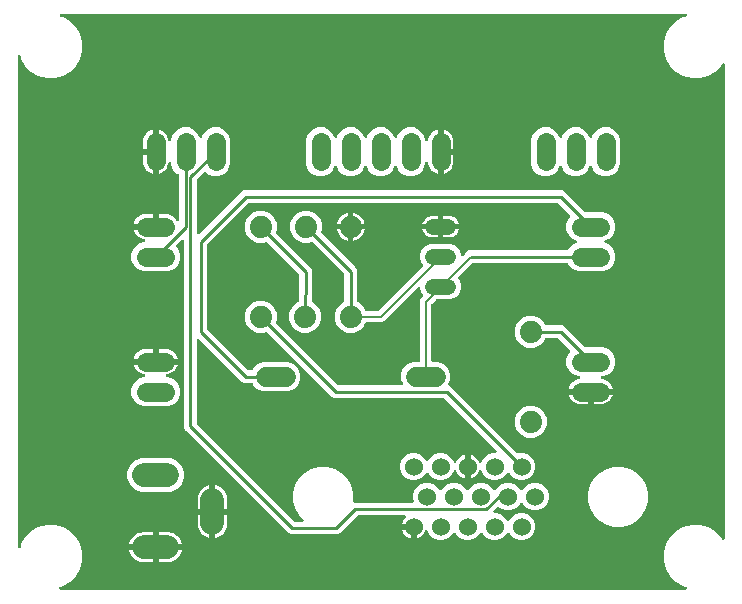
<source format=gbr>
G04 EAGLE Gerber X2 export*
%TF.Part,Single*%
%TF.FileFunction,Copper,L1,Top,Mixed*%
%TF.FilePolarity,Positive*%
%TF.GenerationSoftware,Autodesk,EAGLE,8.6.0*%
%TF.CreationDate,2018-02-20T16:43:01Z*%
G75*
%MOIN*%
%FSLAX34Y34*%
%LPD*%
%AMOC8*
5,1,8,0,0,1.08239X$1,22.5*%
G01*
%ADD10C,0.074000*%
%ADD11C,0.066000*%
%ADD12C,0.060000*%
%ADD13C,0.078740*%
%ADD14C,0.064500*%
%ADD15C,0.052000*%
%ADD16C,0.010000*%
%ADD17C,0.006000*%

G36*
X21175Y10902D02*
X21175Y10902D01*
X21180Y10902D01*
X21181Y10902D01*
X21187Y10905D01*
X21192Y10907D01*
X21197Y10911D01*
X21202Y10914D01*
X21206Y10919D01*
X21210Y10924D01*
X21213Y10929D01*
X21215Y10935D01*
X21216Y10935D01*
X21217Y10941D01*
X21218Y10947D01*
X21217Y10953D01*
X21217Y10959D01*
X21217Y10960D01*
X21215Y10965D01*
X21213Y10971D01*
X21213Y10972D01*
X21210Y10977D01*
X21206Y10982D01*
X21202Y10986D01*
X21197Y10990D01*
X21186Y10996D01*
X21183Y10997D01*
X21181Y10998D01*
X21094Y11021D01*
X20855Y11159D01*
X20659Y11355D01*
X20521Y11594D01*
X20449Y11862D01*
X20449Y12138D01*
X20521Y12406D01*
X20659Y12645D01*
X20855Y12841D01*
X21094Y12979D01*
X21362Y13051D01*
X21638Y13051D01*
X21906Y12979D01*
X22145Y12841D01*
X22341Y12645D01*
X22377Y12582D01*
X22381Y12577D01*
X22384Y12572D01*
X22385Y12572D01*
X22390Y12568D01*
X22394Y12565D01*
X22394Y12564D01*
X22395Y12564D01*
X22400Y12562D01*
X22405Y12559D01*
X22406Y12559D01*
X22412Y12558D01*
X22417Y12557D01*
X22418Y12557D01*
X22424Y12558D01*
X22430Y12558D01*
X22431Y12558D01*
X22436Y12560D01*
X22442Y12562D01*
X22447Y12566D01*
X22452Y12569D01*
X22453Y12569D01*
X22457Y12574D01*
X22460Y12578D01*
X22461Y12579D01*
X22463Y12584D01*
X22466Y12589D01*
X22467Y12590D01*
X22469Y12602D01*
X22469Y12605D01*
X22469Y12606D01*
X22469Y28394D01*
X22469Y28399D01*
X22468Y28405D01*
X22468Y28406D01*
X22466Y28411D01*
X22464Y28417D01*
X22463Y28417D01*
X22463Y28418D01*
X22460Y28422D01*
X22456Y28427D01*
X22456Y28428D01*
X22451Y28431D01*
X22447Y28435D01*
X22446Y28435D01*
X22441Y28438D01*
X22436Y28440D01*
X22435Y28440D01*
X22435Y28441D01*
X22429Y28442D01*
X22424Y28443D01*
X22423Y28443D01*
X22417Y28442D01*
X22411Y28442D01*
X22410Y28442D01*
X22405Y28440D01*
X22399Y28438D01*
X22398Y28438D01*
X22394Y28435D01*
X22389Y28432D01*
X22389Y28431D01*
X22388Y28431D01*
X22380Y28422D01*
X22378Y28420D01*
X22377Y28418D01*
X22341Y28355D01*
X22145Y28159D01*
X21906Y28021D01*
X21638Y27949D01*
X21362Y27949D01*
X21094Y28021D01*
X20855Y28159D01*
X20659Y28355D01*
X20521Y28594D01*
X20449Y28862D01*
X20449Y29138D01*
X20521Y29406D01*
X20659Y29645D01*
X20855Y29841D01*
X21094Y29979D01*
X21167Y29998D01*
X21172Y30001D01*
X21178Y30003D01*
X21183Y30007D01*
X21188Y30010D01*
X21188Y30011D01*
X21192Y30015D01*
X21196Y30020D01*
X21198Y30026D01*
X21201Y30031D01*
X21201Y30032D01*
X21202Y30038D01*
X21203Y30043D01*
X21203Y30044D01*
X21203Y30050D01*
X21202Y30056D01*
X21200Y30062D01*
X21198Y30068D01*
X21195Y30073D01*
X21191Y30078D01*
X21187Y30082D01*
X21182Y30086D01*
X21182Y30087D01*
X21177Y30089D01*
X21171Y30092D01*
X21159Y30095D01*
X21156Y30095D01*
X21154Y30095D01*
X346Y30095D01*
X340Y30095D01*
X334Y30094D01*
X328Y30092D01*
X323Y30089D01*
X322Y30089D01*
X317Y30086D01*
X313Y30082D01*
X312Y30082D01*
X308Y30077D01*
X305Y30073D01*
X304Y30072D01*
X302Y30067D01*
X299Y30061D01*
X298Y30055D01*
X297Y30049D01*
X297Y30043D01*
X298Y30037D01*
X298Y30036D01*
X300Y30031D01*
X302Y30025D01*
X302Y30024D01*
X305Y30019D01*
X308Y30014D01*
X309Y30014D01*
X313Y30010D01*
X317Y30006D01*
X318Y30006D01*
X329Y30000D01*
X331Y30000D01*
X333Y29998D01*
X406Y29979D01*
X645Y29841D01*
X841Y29645D01*
X979Y29406D01*
X1051Y29138D01*
X1051Y28862D01*
X979Y28594D01*
X841Y28355D01*
X645Y28159D01*
X406Y28021D01*
X138Y27949D01*
X-138Y27949D01*
X-406Y28021D01*
X-645Y28159D01*
X-841Y28355D01*
X-979Y28594D01*
X-1002Y28681D01*
X-1005Y28687D01*
X-1007Y28692D01*
X-1007Y28693D01*
X-1011Y28698D01*
X-1014Y28702D01*
X-1014Y28703D01*
X-1015Y28703D01*
X-1019Y28707D01*
X-1024Y28710D01*
X-1024Y28711D01*
X-1030Y28713D01*
X-1035Y28716D01*
X-1036Y28716D01*
X-1041Y28717D01*
X-1047Y28718D01*
X-1048Y28718D01*
X-1054Y28717D01*
X-1060Y28717D01*
X-1066Y28715D01*
X-1072Y28713D01*
X-1077Y28709D01*
X-1082Y28706D01*
X-1086Y28701D01*
X-1090Y28697D01*
X-1091Y28696D01*
X-1093Y28691D01*
X-1096Y28686D01*
X-1096Y28685D01*
X-1099Y28673D01*
X-1099Y28671D01*
X-1099Y28669D01*
X-1099Y12331D01*
X-1098Y12325D01*
X-1098Y12319D01*
X-1095Y12313D01*
X-1093Y12308D01*
X-1089Y12303D01*
X-1086Y12298D01*
X-1081Y12294D01*
X-1076Y12290D01*
X-1071Y12287D01*
X-1065Y12285D01*
X-1065Y12284D01*
X-1059Y12283D01*
X-1053Y12282D01*
X-1047Y12283D01*
X-1041Y12283D01*
X-1040Y12283D01*
X-1035Y12285D01*
X-1029Y12287D01*
X-1028Y12287D01*
X-1023Y12290D01*
X-1018Y12294D01*
X-1014Y12298D01*
X-1010Y12303D01*
X-1004Y12314D01*
X-1003Y12317D01*
X-1002Y12319D01*
X-979Y12406D01*
X-841Y12645D01*
X-645Y12841D01*
X-406Y12979D01*
X-138Y13051D01*
X138Y13051D01*
X406Y12979D01*
X645Y12841D01*
X841Y12645D01*
X979Y12406D01*
X1051Y12138D01*
X1051Y11862D01*
X979Y11594D01*
X841Y11355D01*
X645Y11159D01*
X406Y11021D01*
X319Y10998D01*
X313Y10995D01*
X308Y10993D01*
X307Y10993D01*
X302Y10989D01*
X298Y10986D01*
X297Y10986D01*
X297Y10985D01*
X293Y10981D01*
X290Y10976D01*
X289Y10976D01*
X287Y10970D01*
X284Y10965D01*
X284Y10964D01*
X283Y10959D01*
X282Y10953D01*
X282Y10952D01*
X283Y10946D01*
X283Y10940D01*
X285Y10934D01*
X287Y10928D01*
X291Y10923D01*
X294Y10918D01*
X299Y10914D01*
X303Y10910D01*
X304Y10909D01*
X309Y10907D01*
X314Y10904D01*
X315Y10904D01*
X327Y10901D01*
X329Y10901D01*
X331Y10901D01*
X21169Y10901D01*
X21175Y10902D01*
G37*
%LPC*%
G36*
X12908Y12539D02*
X12908Y12539D01*
X12739Y12609D01*
X12609Y12739D01*
X12564Y12849D01*
X12563Y12851D01*
X12563Y12852D01*
X12560Y12856D01*
X12557Y12860D01*
X12557Y12861D01*
X12556Y12862D01*
X12552Y12866D01*
X12549Y12869D01*
X12548Y12870D01*
X12547Y12871D01*
X12542Y12873D01*
X12538Y12876D01*
X12537Y12876D01*
X12536Y12877D01*
X12531Y12878D01*
X12526Y12879D01*
X12525Y12879D01*
X12524Y12880D01*
X12519Y12880D01*
X12514Y12880D01*
X12513Y12879D01*
X12511Y12879D01*
X12507Y12878D01*
X12502Y12877D01*
X12501Y12876D01*
X12499Y12876D01*
X12495Y12874D01*
X12491Y12871D01*
X12490Y12871D01*
X12488Y12870D01*
X12485Y12867D01*
X12481Y12863D01*
X12481Y12862D01*
X12480Y12861D01*
X12478Y12859D01*
X12474Y12853D01*
X12473Y12849D01*
X12443Y12790D01*
X12406Y12739D01*
X12361Y12694D01*
X12310Y12657D01*
X12254Y12629D01*
X12199Y12611D01*
X12199Y12950D01*
X12199Y12955D01*
X12198Y12960D01*
X12198Y12961D01*
X12198Y12962D01*
X12196Y12967D01*
X12194Y12972D01*
X12194Y12973D01*
X12193Y12974D01*
X12190Y12978D01*
X12187Y12982D01*
X12186Y12983D01*
X12186Y12984D01*
X12182Y12987D01*
X12178Y12990D01*
X12177Y12991D01*
X12176Y12992D01*
X12172Y12994D01*
X12167Y12996D01*
X12166Y12996D01*
X12165Y12997D01*
X12153Y12999D01*
X12151Y12999D01*
X12150Y12999D01*
X12099Y12999D01*
X12099Y13050D01*
X12099Y13055D01*
X12098Y13060D01*
X12098Y13061D01*
X12098Y13062D01*
X12096Y13067D01*
X12094Y13072D01*
X12094Y13073D01*
X12093Y13074D01*
X12090Y13078D01*
X12087Y13082D01*
X12086Y13083D01*
X12086Y13084D01*
X12082Y13087D01*
X12078Y13090D01*
X12077Y13091D01*
X12076Y13092D01*
X12072Y13094D01*
X12067Y13096D01*
X12066Y13096D01*
X12065Y13097D01*
X12053Y13099D01*
X12051Y13099D01*
X12050Y13099D01*
X11711Y13099D01*
X11729Y13154D01*
X11757Y13210D01*
X11794Y13261D01*
X11828Y13295D01*
X11832Y13300D01*
X11835Y13304D01*
X11836Y13304D01*
X11836Y13305D01*
X11838Y13310D01*
X11841Y13315D01*
X11841Y13316D01*
X11842Y13322D01*
X11843Y13327D01*
X11843Y13328D01*
X11843Y13329D01*
X11842Y13334D01*
X11842Y13340D01*
X11842Y13341D01*
X11840Y13346D01*
X11838Y13352D01*
X11837Y13353D01*
X11834Y13357D01*
X11831Y13362D01*
X11830Y13363D01*
X11826Y13367D01*
X11822Y13370D01*
X11821Y13371D01*
X11816Y13374D01*
X11811Y13376D01*
X11810Y13376D01*
X11810Y13377D01*
X11797Y13379D01*
X11795Y13379D01*
X11794Y13379D01*
X10263Y13379D01*
X10258Y13379D01*
X10254Y13379D01*
X10252Y13378D01*
X10250Y13378D01*
X10246Y13376D01*
X10242Y13375D01*
X10241Y13374D01*
X10239Y13373D01*
X10229Y13366D01*
X10228Y13365D01*
X9634Y12771D01*
X9557Y12739D01*
X8008Y12739D01*
X7931Y12771D01*
X4481Y16221D01*
X4449Y16298D01*
X4449Y22532D01*
X4449Y22538D01*
X4448Y22543D01*
X4448Y22544D01*
X4448Y22545D01*
X4446Y22550D01*
X4444Y22555D01*
X4443Y22556D01*
X4440Y22561D01*
X4437Y22565D01*
X4436Y22566D01*
X4431Y22570D01*
X4427Y22573D01*
X4427Y22574D01*
X4426Y22574D01*
X4421Y22576D01*
X4416Y22579D01*
X4415Y22579D01*
X4409Y22580D01*
X4404Y22581D01*
X4403Y22581D01*
X4397Y22581D01*
X4391Y22581D01*
X4390Y22581D01*
X4385Y22579D01*
X4380Y22577D01*
X4379Y22577D01*
X4378Y22577D01*
X4368Y22570D01*
X4366Y22568D01*
X4365Y22567D01*
X4187Y22389D01*
X4184Y22385D01*
X4181Y22381D01*
X4180Y22380D01*
X4179Y22379D01*
X4177Y22374D01*
X4175Y22370D01*
X4175Y22369D01*
X4174Y22368D01*
X4174Y22363D01*
X4173Y22358D01*
X4173Y22357D01*
X4172Y22355D01*
X4173Y22350D01*
X4173Y22345D01*
X4174Y22344D01*
X4174Y22343D01*
X4175Y22338D01*
X4177Y22334D01*
X4177Y22333D01*
X4178Y22331D01*
X4185Y22321D01*
X4186Y22320D01*
X4187Y22319D01*
X4232Y22274D01*
X4306Y22096D01*
X4306Y21904D01*
X4232Y21726D01*
X4096Y21590D01*
X3919Y21517D01*
X3081Y21517D01*
X2904Y21590D01*
X2768Y21726D01*
X2694Y21904D01*
X2694Y22096D01*
X2768Y22274D01*
X2904Y22410D01*
X3081Y22483D01*
X3109Y22483D01*
X3111Y22484D01*
X3113Y22483D01*
X3117Y22484D01*
X3121Y22485D01*
X3123Y22486D01*
X3126Y22486D01*
X3129Y22488D01*
X3133Y22489D01*
X3135Y22491D01*
X3137Y22492D01*
X3140Y22494D01*
X3143Y22497D01*
X3144Y22499D01*
X3146Y22500D01*
X3148Y22503D01*
X3151Y22506D01*
X3152Y22509D01*
X3153Y22511D01*
X3154Y22514D01*
X3156Y22518D01*
X3156Y22520D01*
X3157Y22522D01*
X3157Y22526D01*
X3158Y22530D01*
X3158Y22532D01*
X3158Y22535D01*
X3157Y22538D01*
X3157Y22542D01*
X3156Y22545D01*
X3156Y22547D01*
X3154Y22550D01*
X3153Y22554D01*
X3152Y22556D01*
X3151Y22558D01*
X3148Y22561D01*
X3146Y22564D01*
X3144Y22566D01*
X3143Y22568D01*
X3140Y22570D01*
X3137Y22573D01*
X3135Y22574D01*
X3133Y22575D01*
X3131Y22576D01*
X3126Y22579D01*
X3121Y22580D01*
X3116Y22581D01*
X3078Y22587D01*
X3015Y22608D01*
X2956Y22638D01*
X2902Y22677D01*
X2855Y22724D01*
X2816Y22778D01*
X2785Y22838D01*
X2765Y22901D01*
X3450Y22901D01*
X3455Y22901D01*
X3460Y22902D01*
X3461Y22902D01*
X3462Y22902D01*
X3467Y22904D01*
X3472Y22906D01*
X3473Y22906D01*
X3474Y22907D01*
X3478Y22910D01*
X3482Y22913D01*
X3483Y22914D01*
X3484Y22914D01*
X3487Y22918D01*
X3490Y22922D01*
X3491Y22923D01*
X3492Y22924D01*
X3494Y22928D01*
X3496Y22933D01*
X3496Y22934D01*
X3497Y22935D01*
X3499Y22947D01*
X3499Y22949D01*
X3499Y22950D01*
X3499Y23001D01*
X3550Y23001D01*
X3555Y23001D01*
X3560Y23002D01*
X3561Y23002D01*
X3562Y23002D01*
X3567Y23004D01*
X3572Y23006D01*
X3573Y23006D01*
X3574Y23007D01*
X3578Y23010D01*
X3582Y23013D01*
X3583Y23014D01*
X3584Y23014D01*
X3587Y23018D01*
X3590Y23022D01*
X3591Y23023D01*
X3592Y23024D01*
X3594Y23028D01*
X3596Y23033D01*
X3596Y23034D01*
X3597Y23035D01*
X3599Y23047D01*
X3599Y23049D01*
X3599Y23050D01*
X3599Y23423D01*
X3856Y23423D01*
X3922Y23413D01*
X3985Y23392D01*
X4044Y23362D01*
X4098Y23323D01*
X4145Y23276D01*
X4184Y23222D01*
X4196Y23199D01*
X4197Y23198D01*
X4197Y23197D01*
X4200Y23193D01*
X4203Y23189D01*
X4204Y23188D01*
X4204Y23187D01*
X4208Y23184D01*
X4212Y23181D01*
X4213Y23180D01*
X4214Y23180D01*
X4219Y23177D01*
X4224Y23175D01*
X4225Y23174D01*
X4230Y23173D01*
X4236Y23172D01*
X4237Y23172D01*
X4243Y23173D01*
X4248Y23173D01*
X4249Y23173D01*
X4250Y23173D01*
X4255Y23175D01*
X4260Y23176D01*
X4261Y23177D01*
X4262Y23177D01*
X4266Y23180D01*
X4271Y23183D01*
X4272Y23184D01*
X4276Y23188D01*
X4279Y23192D01*
X4280Y23192D01*
X4280Y23193D01*
X4283Y23198D01*
X4285Y23203D01*
X4286Y23203D01*
X4286Y23204D01*
X4287Y23206D01*
X4289Y23215D01*
X4289Y23219D01*
X4289Y23221D01*
X4289Y24709D01*
X4289Y24710D01*
X4289Y24712D01*
X4288Y24716D01*
X4288Y24721D01*
X4287Y24723D01*
X4287Y24724D01*
X4285Y24728D01*
X4283Y24733D01*
X4282Y24734D01*
X4282Y24735D01*
X4279Y24739D01*
X4276Y24743D01*
X4275Y24744D01*
X4274Y24745D01*
X4271Y24746D01*
X4266Y24751D01*
X4261Y24753D01*
X4259Y24754D01*
X4226Y24768D01*
X4090Y24904D01*
X4017Y25081D01*
X4017Y25109D01*
X4016Y25111D01*
X4017Y25113D01*
X4016Y25117D01*
X4015Y25121D01*
X4014Y25123D01*
X4014Y25126D01*
X4012Y25129D01*
X4011Y25133D01*
X4009Y25135D01*
X4008Y25137D01*
X4006Y25140D01*
X4003Y25143D01*
X4001Y25144D01*
X4000Y25146D01*
X3997Y25148D01*
X3994Y25151D01*
X3991Y25152D01*
X3989Y25153D01*
X3986Y25154D01*
X3982Y25156D01*
X3980Y25156D01*
X3978Y25157D01*
X3974Y25157D01*
X3970Y25158D01*
X3968Y25158D01*
X3965Y25158D01*
X3962Y25157D01*
X3958Y25157D01*
X3955Y25156D01*
X3953Y25156D01*
X3950Y25154D01*
X3946Y25153D01*
X3944Y25152D01*
X3942Y25151D01*
X3939Y25148D01*
X3936Y25146D01*
X3934Y25144D01*
X3932Y25143D01*
X3930Y25140D01*
X3927Y25137D01*
X3926Y25135D01*
X3925Y25133D01*
X3924Y25131D01*
X3921Y25126D01*
X3920Y25121D01*
X3919Y25116D01*
X3913Y25078D01*
X3892Y25015D01*
X3862Y24956D01*
X3823Y24902D01*
X3776Y24855D01*
X3722Y24816D01*
X3662Y24785D01*
X3599Y24765D01*
X3599Y25450D01*
X3599Y25455D01*
X3598Y25460D01*
X3598Y25461D01*
X3598Y25462D01*
X3596Y25467D01*
X3594Y25472D01*
X3594Y25473D01*
X3593Y25474D01*
X3590Y25478D01*
X3587Y25482D01*
X3586Y25483D01*
X3586Y25484D01*
X3582Y25487D01*
X3578Y25490D01*
X3577Y25491D01*
X3576Y25492D01*
X3572Y25494D01*
X3567Y25496D01*
X3566Y25496D01*
X3565Y25497D01*
X3553Y25499D01*
X3551Y25499D01*
X3550Y25499D01*
X3499Y25499D01*
X3499Y25501D01*
X3550Y25501D01*
X3555Y25501D01*
X3560Y25502D01*
X3561Y25502D01*
X3562Y25502D01*
X3567Y25504D01*
X3572Y25506D01*
X3573Y25506D01*
X3574Y25507D01*
X3578Y25510D01*
X3582Y25513D01*
X3583Y25514D01*
X3584Y25514D01*
X3587Y25518D01*
X3590Y25522D01*
X3591Y25523D01*
X3592Y25524D01*
X3594Y25528D01*
X3596Y25533D01*
X3596Y25534D01*
X3597Y25535D01*
X3599Y25547D01*
X3599Y25549D01*
X3599Y25550D01*
X3599Y26235D01*
X3662Y26215D01*
X3722Y26184D01*
X3776Y26145D01*
X3823Y26098D01*
X3862Y26044D01*
X3892Y25985D01*
X3913Y25922D01*
X3919Y25884D01*
X3920Y25881D01*
X3920Y25879D01*
X3921Y25875D01*
X3922Y25872D01*
X3924Y25870D01*
X3924Y25867D01*
X3927Y25864D01*
X3929Y25861D01*
X3930Y25859D01*
X3932Y25857D01*
X3935Y25855D01*
X3938Y25852D01*
X3940Y25851D01*
X3941Y25849D01*
X3945Y25848D01*
X3948Y25846D01*
X3951Y25845D01*
X3953Y25844D01*
X3956Y25844D01*
X3960Y25843D01*
X3963Y25842D01*
X3965Y25842D01*
X3969Y25842D01*
X3973Y25842D01*
X3975Y25843D01*
X3977Y25843D01*
X3981Y25844D01*
X3985Y25845D01*
X3987Y25846D01*
X3989Y25847D01*
X3992Y25849D01*
X3996Y25851D01*
X3997Y25852D01*
X3999Y25854D01*
X4002Y25857D01*
X4005Y25859D01*
X4006Y25861D01*
X4008Y25863D01*
X4010Y25866D01*
X4012Y25870D01*
X4013Y25872D01*
X4014Y25874D01*
X4014Y25876D01*
X4016Y25881D01*
X4016Y25886D01*
X4017Y25891D01*
X4017Y25919D01*
X4090Y26096D01*
X4226Y26232D01*
X4404Y26306D01*
X4596Y26306D01*
X4774Y26232D01*
X4910Y26096D01*
X4954Y25988D01*
X4957Y25983D01*
X4960Y25978D01*
X4961Y25977D01*
X4965Y25973D01*
X4968Y25969D01*
X4969Y25969D01*
X4969Y25968D01*
X4974Y25965D01*
X4979Y25962D01*
X4980Y25962D01*
X4985Y25960D01*
X4991Y25959D01*
X4991Y25958D01*
X4992Y25958D01*
X4997Y25958D01*
X5003Y25958D01*
X5004Y25958D01*
X5010Y25959D01*
X5015Y25960D01*
X5016Y25960D01*
X5021Y25963D01*
X5026Y25965D01*
X5027Y25966D01*
X5028Y25966D01*
X5032Y25970D01*
X5036Y25973D01*
X5036Y25974D01*
X5037Y25974D01*
X5044Y25985D01*
X5045Y25987D01*
X5045Y25988D01*
X5090Y26096D01*
X5226Y26232D01*
X5404Y26306D01*
X5596Y26306D01*
X5774Y26232D01*
X5910Y26096D01*
X5983Y25919D01*
X5983Y25081D01*
X5910Y24904D01*
X5774Y24768D01*
X5596Y24694D01*
X5404Y24694D01*
X5226Y24768D01*
X5181Y24813D01*
X5177Y24816D01*
X5173Y24819D01*
X5172Y24820D01*
X5171Y24821D01*
X5167Y24823D01*
X5162Y24825D01*
X5161Y24825D01*
X5160Y24826D01*
X5155Y24826D01*
X5150Y24827D01*
X5149Y24827D01*
X5147Y24828D01*
X5142Y24827D01*
X5138Y24827D01*
X5136Y24826D01*
X5135Y24826D01*
X5130Y24825D01*
X5126Y24823D01*
X5125Y24823D01*
X5123Y24822D01*
X5113Y24815D01*
X5112Y24814D01*
X5111Y24813D01*
X4885Y24587D01*
X4883Y24584D01*
X4880Y24581D01*
X4879Y24579D01*
X4878Y24577D01*
X4876Y24573D01*
X4874Y24570D01*
X4874Y24568D01*
X4873Y24566D01*
X4871Y24554D01*
X4871Y24553D01*
X4871Y24552D01*
X4871Y22788D01*
X4871Y22782D01*
X4872Y22777D01*
X4872Y22776D01*
X4872Y22775D01*
X4874Y22770D01*
X4876Y22765D01*
X4877Y22764D01*
X4880Y22759D01*
X4883Y22755D01*
X4884Y22754D01*
X4889Y22750D01*
X4893Y22747D01*
X4893Y22746D01*
X4894Y22746D01*
X4899Y22744D01*
X4904Y22741D01*
X4905Y22741D01*
X4911Y22740D01*
X4916Y22739D01*
X4917Y22739D01*
X4923Y22739D01*
X4929Y22739D01*
X4930Y22739D01*
X4935Y22741D01*
X4940Y22743D01*
X4941Y22743D01*
X4942Y22743D01*
X4952Y22750D01*
X4954Y22752D01*
X4955Y22753D01*
X6381Y24179D01*
X6458Y24211D01*
X17042Y24211D01*
X17119Y24179D01*
X17800Y23498D01*
X17804Y23495D01*
X17807Y23492D01*
X17809Y23491D01*
X17810Y23490D01*
X17814Y23488D01*
X17818Y23486D01*
X17819Y23486D01*
X17822Y23485D01*
X17834Y23483D01*
X17835Y23483D01*
X18419Y23483D01*
X18596Y23410D01*
X18732Y23274D01*
X18806Y23096D01*
X18806Y22904D01*
X18732Y22726D01*
X18596Y22590D01*
X18488Y22545D01*
X18483Y22543D01*
X18478Y22540D01*
X18477Y22539D01*
X18473Y22535D01*
X18469Y22532D01*
X18469Y22531D01*
X18468Y22531D01*
X18465Y22526D01*
X18462Y22521D01*
X18462Y22520D01*
X18460Y22515D01*
X18459Y22509D01*
X18458Y22509D01*
X18458Y22508D01*
X18458Y22503D01*
X18458Y22497D01*
X18458Y22496D01*
X18459Y22490D01*
X18460Y22485D01*
X18460Y22484D01*
X18463Y22479D01*
X18465Y22474D01*
X18466Y22473D01*
X18466Y22472D01*
X18470Y22468D01*
X18473Y22464D01*
X18474Y22464D01*
X18474Y22463D01*
X18485Y22456D01*
X18487Y22455D01*
X18488Y22454D01*
X18596Y22410D01*
X18732Y22274D01*
X18806Y22096D01*
X18806Y21904D01*
X18732Y21726D01*
X18596Y21590D01*
X18419Y21517D01*
X17581Y21517D01*
X17404Y21590D01*
X17268Y21726D01*
X17254Y21759D01*
X17254Y21760D01*
X17253Y21762D01*
X17250Y21766D01*
X17248Y21770D01*
X17247Y21771D01*
X17246Y21772D01*
X17243Y21775D01*
X17239Y21779D01*
X17238Y21779D01*
X17237Y21780D01*
X17233Y21783D01*
X17229Y21785D01*
X17227Y21785D01*
X17226Y21786D01*
X17224Y21787D01*
X17217Y21789D01*
X17211Y21789D01*
X17209Y21789D01*
X14079Y21789D01*
X14075Y21789D01*
X14071Y21789D01*
X14069Y21788D01*
X14067Y21788D01*
X14063Y21786D01*
X14059Y21785D01*
X14058Y21784D01*
X14056Y21783D01*
X14046Y21776D01*
X14045Y21775D01*
X13597Y21327D01*
X13594Y21324D01*
X13591Y21320D01*
X13590Y21319D01*
X13590Y21318D01*
X13588Y21313D01*
X13585Y21309D01*
X13585Y21307D01*
X13585Y21306D01*
X13584Y21301D01*
X13583Y21297D01*
X13583Y21295D01*
X13583Y21294D01*
X13583Y21289D01*
X13584Y21284D01*
X13584Y21283D01*
X13584Y21282D01*
X13586Y21277D01*
X13587Y21272D01*
X13588Y21271D01*
X13588Y21270D01*
X13593Y21263D01*
X13595Y21260D01*
X13597Y21259D01*
X13597Y21258D01*
X13617Y21238D01*
X13681Y21084D01*
X13681Y20916D01*
X13617Y20762D01*
X13498Y20643D01*
X13344Y20579D01*
X12869Y20579D01*
X12865Y20579D01*
X12861Y20579D01*
X12859Y20578D01*
X12857Y20578D01*
X12853Y20576D01*
X12849Y20575D01*
X12848Y20574D01*
X12846Y20573D01*
X12836Y20566D01*
X12835Y20565D01*
X12705Y20435D01*
X12703Y20432D01*
X12700Y20429D01*
X12699Y20427D01*
X12698Y20426D01*
X12696Y20422D01*
X12694Y20418D01*
X12694Y20416D01*
X12693Y20414D01*
X12691Y20402D01*
X12691Y20401D01*
X12691Y18540D01*
X12691Y18535D01*
X12692Y18530D01*
X12692Y18529D01*
X12692Y18528D01*
X12694Y18523D01*
X12696Y18518D01*
X12696Y18517D01*
X12697Y18516D01*
X12700Y18512D01*
X12703Y18508D01*
X12704Y18507D01*
X12704Y18506D01*
X12708Y18503D01*
X12712Y18500D01*
X12713Y18499D01*
X12714Y18498D01*
X12718Y18496D01*
X12723Y18494D01*
X12724Y18494D01*
X12725Y18493D01*
X12737Y18491D01*
X12739Y18491D01*
X12740Y18491D01*
X12928Y18491D01*
X13108Y18416D01*
X13246Y18278D01*
X13321Y18098D01*
X13321Y17902D01*
X13260Y17756D01*
X13259Y17752D01*
X13257Y17747D01*
X13257Y17746D01*
X13257Y17744D01*
X13257Y17740D01*
X13257Y17735D01*
X13257Y17733D01*
X13257Y17732D01*
X13258Y17727D01*
X13259Y17722D01*
X13260Y17721D01*
X13260Y17720D01*
X13262Y17716D01*
X13264Y17711D01*
X13265Y17710D01*
X13266Y17709D01*
X13269Y17705D01*
X13272Y17702D01*
X13273Y17701D01*
X13274Y17700D01*
X13285Y17693D01*
X13286Y17693D01*
X13287Y17692D01*
X13319Y17679D01*
X13386Y17612D01*
X15535Y15463D01*
X15536Y15462D01*
X15537Y15461D01*
X15541Y15458D01*
X15545Y15456D01*
X15546Y15455D01*
X15547Y15454D01*
X15552Y15453D01*
X15556Y15451D01*
X15558Y15450D01*
X15559Y15450D01*
X15564Y15450D01*
X15568Y15449D01*
X15570Y15449D01*
X15571Y15449D01*
X15574Y15449D01*
X15581Y15450D01*
X15586Y15452D01*
X15589Y15453D01*
X15608Y15461D01*
X15792Y15461D01*
X15961Y15391D01*
X16091Y15261D01*
X16161Y15092D01*
X16161Y14908D01*
X16091Y14739D01*
X15961Y14609D01*
X15792Y14539D01*
X15608Y14539D01*
X15439Y14609D01*
X15309Y14739D01*
X15296Y14773D01*
X15293Y14777D01*
X15290Y14782D01*
X15290Y14783D01*
X15289Y14783D01*
X15285Y14787D01*
X15282Y14791D01*
X15281Y14792D01*
X15276Y14795D01*
X15271Y14798D01*
X15270Y14799D01*
X15265Y14800D01*
X15259Y14802D01*
X15258Y14802D01*
X15253Y14802D01*
X15247Y14803D01*
X15246Y14803D01*
X15240Y14802D01*
X15235Y14801D01*
X15234Y14800D01*
X15229Y14798D01*
X15224Y14795D01*
X15223Y14795D01*
X15222Y14795D01*
X15218Y14791D01*
X15214Y14787D01*
X15213Y14786D01*
X15206Y14776D01*
X15205Y14774D01*
X15204Y14773D01*
X15191Y14739D01*
X15061Y14609D01*
X14892Y14539D01*
X14708Y14539D01*
X14539Y14609D01*
X14409Y14739D01*
X14364Y14849D01*
X14363Y14851D01*
X14363Y14852D01*
X14360Y14856D01*
X14357Y14860D01*
X14357Y14861D01*
X14356Y14862D01*
X14352Y14866D01*
X14349Y14869D01*
X14348Y14870D01*
X14347Y14871D01*
X14342Y14873D01*
X14338Y14876D01*
X14337Y14876D01*
X14336Y14877D01*
X14331Y14878D01*
X14326Y14879D01*
X14325Y14879D01*
X14324Y14880D01*
X14319Y14880D01*
X14314Y14880D01*
X14313Y14879D01*
X14311Y14879D01*
X14307Y14878D01*
X14302Y14877D01*
X14301Y14876D01*
X14299Y14876D01*
X14295Y14874D01*
X14291Y14871D01*
X14290Y14871D01*
X14288Y14870D01*
X14285Y14867D01*
X14281Y14863D01*
X14281Y14862D01*
X14280Y14861D01*
X14278Y14859D01*
X14274Y14853D01*
X14273Y14849D01*
X14243Y14790D01*
X14206Y14739D01*
X14161Y14694D01*
X14110Y14657D01*
X14054Y14629D01*
X13999Y14611D01*
X13999Y14950D01*
X13999Y14955D01*
X13998Y14960D01*
X13998Y14961D01*
X13998Y14962D01*
X13996Y14967D01*
X13994Y14972D01*
X13994Y14973D01*
X13993Y14974D01*
X13990Y14978D01*
X13987Y14982D01*
X13986Y14983D01*
X13986Y14984D01*
X13982Y14987D01*
X13978Y14990D01*
X13977Y14991D01*
X13976Y14992D01*
X13972Y14994D01*
X13967Y14996D01*
X13966Y14996D01*
X13965Y14997D01*
X13953Y14999D01*
X13951Y14999D01*
X13950Y14999D01*
X13850Y14999D01*
X13845Y14999D01*
X13840Y14998D01*
X13839Y14998D01*
X13838Y14998D01*
X13833Y14996D01*
X13828Y14994D01*
X13827Y14994D01*
X13826Y14993D01*
X13822Y14990D01*
X13818Y14987D01*
X13817Y14986D01*
X13816Y14986D01*
X13813Y14982D01*
X13810Y14978D01*
X13809Y14977D01*
X13808Y14976D01*
X13806Y14972D01*
X13804Y14967D01*
X13804Y14966D01*
X13803Y14965D01*
X13801Y14953D01*
X13801Y14951D01*
X13801Y14950D01*
X13801Y14611D01*
X13746Y14629D01*
X13690Y14657D01*
X13639Y14694D01*
X13594Y14739D01*
X13557Y14790D01*
X13528Y14847D01*
X13528Y14848D01*
X13526Y14853D01*
X13523Y14857D01*
X13523Y14858D01*
X13522Y14859D01*
X13519Y14863D01*
X13515Y14867D01*
X13514Y14867D01*
X13514Y14868D01*
X13509Y14871D01*
X13505Y14874D01*
X13504Y14874D01*
X13503Y14875D01*
X13498Y14877D01*
X13494Y14878D01*
X13493Y14879D01*
X13491Y14879D01*
X13486Y14879D01*
X13481Y14880D01*
X13480Y14880D01*
X13479Y14880D01*
X13474Y14879D01*
X13469Y14878D01*
X13468Y14878D01*
X13467Y14877D01*
X13462Y14875D01*
X13458Y14874D01*
X13457Y14873D01*
X13455Y14872D01*
X13452Y14869D01*
X13448Y14866D01*
X13447Y14865D01*
X13446Y14864D01*
X13445Y14862D01*
X13440Y14856D01*
X13438Y14852D01*
X13436Y14849D01*
X13391Y14739D01*
X13261Y14609D01*
X13092Y14539D01*
X12908Y14539D01*
X12739Y14609D01*
X12609Y14739D01*
X12596Y14773D01*
X12593Y14777D01*
X12590Y14782D01*
X12590Y14783D01*
X12589Y14783D01*
X12585Y14787D01*
X12582Y14791D01*
X12581Y14792D01*
X12576Y14795D01*
X12571Y14798D01*
X12570Y14799D01*
X12565Y14800D01*
X12559Y14802D01*
X12558Y14802D01*
X12553Y14802D01*
X12547Y14803D01*
X12546Y14803D01*
X12540Y14802D01*
X12535Y14801D01*
X12534Y14800D01*
X12529Y14798D01*
X12524Y14795D01*
X12523Y14795D01*
X12522Y14795D01*
X12518Y14791D01*
X12514Y14787D01*
X12513Y14786D01*
X12506Y14776D01*
X12505Y14774D01*
X12504Y14773D01*
X12491Y14739D01*
X12361Y14609D01*
X12192Y14539D01*
X12008Y14539D01*
X11839Y14609D01*
X11709Y14739D01*
X11639Y14908D01*
X11639Y15092D01*
X11709Y15261D01*
X11839Y15391D01*
X12008Y15461D01*
X12192Y15461D01*
X12361Y15391D01*
X12491Y15261D01*
X12504Y15227D01*
X12507Y15223D01*
X12510Y15218D01*
X12510Y15217D01*
X12511Y15217D01*
X12515Y15213D01*
X12518Y15209D01*
X12519Y15208D01*
X12524Y15205D01*
X12529Y15202D01*
X12530Y15201D01*
X12535Y15200D01*
X12541Y15198D01*
X12542Y15198D01*
X12547Y15198D01*
X12553Y15197D01*
X12554Y15197D01*
X12560Y15198D01*
X12565Y15199D01*
X12566Y15200D01*
X12571Y15202D01*
X12576Y15205D01*
X12577Y15205D01*
X12578Y15205D01*
X12582Y15209D01*
X12586Y15213D01*
X12587Y15214D01*
X12594Y15224D01*
X12595Y15226D01*
X12596Y15227D01*
X12609Y15261D01*
X12739Y15391D01*
X12908Y15461D01*
X13092Y15461D01*
X13261Y15391D01*
X13391Y15261D01*
X13436Y15151D01*
X13437Y15149D01*
X13437Y15148D01*
X13440Y15144D01*
X13443Y15140D01*
X13443Y15139D01*
X13444Y15138D01*
X13448Y15134D01*
X13451Y15131D01*
X13452Y15130D01*
X13453Y15129D01*
X13458Y15127D01*
X13462Y15124D01*
X13463Y15124D01*
X13464Y15123D01*
X13469Y15122D01*
X13474Y15121D01*
X13475Y15121D01*
X13476Y15120D01*
X13481Y15120D01*
X13486Y15120D01*
X13487Y15121D01*
X13489Y15121D01*
X13493Y15122D01*
X13498Y15123D01*
X13499Y15124D01*
X13501Y15124D01*
X13505Y15126D01*
X13509Y15129D01*
X13510Y15129D01*
X13512Y15130D01*
X13515Y15133D01*
X13519Y15137D01*
X13519Y15138D01*
X13520Y15139D01*
X13522Y15141D01*
X13526Y15147D01*
X13527Y15151D01*
X13557Y15210D01*
X13594Y15261D01*
X13639Y15306D01*
X13690Y15343D01*
X13746Y15371D01*
X13801Y15389D01*
X13801Y15050D01*
X13801Y15045D01*
X13802Y15040D01*
X13802Y15039D01*
X13802Y15038D01*
X13804Y15033D01*
X13806Y15028D01*
X13806Y15027D01*
X13807Y15026D01*
X13810Y15022D01*
X13813Y15018D01*
X13814Y15017D01*
X13814Y15016D01*
X13818Y15013D01*
X13822Y15010D01*
X13823Y15009D01*
X13824Y15008D01*
X13828Y15006D01*
X13833Y15004D01*
X13834Y15004D01*
X13835Y15003D01*
X13847Y15001D01*
X13849Y15001D01*
X13850Y15001D01*
X13950Y15001D01*
X13955Y15001D01*
X13960Y15002D01*
X13961Y15002D01*
X13962Y15002D01*
X13967Y15004D01*
X13972Y15006D01*
X13973Y15006D01*
X13974Y15007D01*
X13978Y15010D01*
X13982Y15013D01*
X13983Y15014D01*
X13984Y15014D01*
X13987Y15018D01*
X13990Y15022D01*
X13991Y15023D01*
X13992Y15024D01*
X13994Y15028D01*
X13996Y15033D01*
X13996Y15034D01*
X13997Y15035D01*
X13999Y15047D01*
X13999Y15049D01*
X13999Y15050D01*
X13999Y15389D01*
X14054Y15371D01*
X14110Y15343D01*
X14161Y15306D01*
X14206Y15261D01*
X14243Y15210D01*
X14272Y15153D01*
X14272Y15152D01*
X14274Y15147D01*
X14277Y15143D01*
X14277Y15142D01*
X14278Y15141D01*
X14281Y15137D01*
X14285Y15133D01*
X14286Y15133D01*
X14286Y15132D01*
X14291Y15129D01*
X14295Y15126D01*
X14296Y15126D01*
X14297Y15125D01*
X14302Y15123D01*
X14306Y15122D01*
X14307Y15121D01*
X14309Y15121D01*
X14314Y15121D01*
X14319Y15120D01*
X14320Y15120D01*
X14321Y15120D01*
X14326Y15121D01*
X14331Y15122D01*
X14332Y15122D01*
X14333Y15123D01*
X14338Y15125D01*
X14342Y15126D01*
X14343Y15127D01*
X14345Y15128D01*
X14348Y15131D01*
X14352Y15134D01*
X14353Y15135D01*
X14354Y15136D01*
X14355Y15138D01*
X14360Y15144D01*
X14362Y15148D01*
X14364Y15151D01*
X14409Y15261D01*
X14539Y15391D01*
X14708Y15461D01*
X14822Y15461D01*
X14828Y15461D01*
X14833Y15462D01*
X14834Y15462D01*
X14835Y15462D01*
X14840Y15464D01*
X14845Y15466D01*
X14846Y15467D01*
X14851Y15470D01*
X14855Y15473D01*
X14856Y15474D01*
X14860Y15479D01*
X14863Y15483D01*
X14864Y15483D01*
X14864Y15484D01*
X14866Y15489D01*
X14869Y15494D01*
X14869Y15495D01*
X14870Y15501D01*
X14871Y15506D01*
X14871Y15507D01*
X14871Y15513D01*
X14871Y15519D01*
X14871Y15520D01*
X14869Y15525D01*
X14867Y15530D01*
X14867Y15531D01*
X14867Y15532D01*
X14860Y15542D01*
X14858Y15544D01*
X14857Y15545D01*
X13127Y17275D01*
X13124Y17277D01*
X13121Y17280D01*
X13119Y17281D01*
X13117Y17282D01*
X13113Y17284D01*
X13110Y17286D01*
X13108Y17286D01*
X13106Y17287D01*
X13094Y17289D01*
X13093Y17289D01*
X13092Y17289D01*
X9458Y17289D01*
X9381Y17321D01*
X7219Y19483D01*
X7218Y19484D01*
X7217Y19485D01*
X7213Y19488D01*
X7209Y19491D01*
X7208Y19491D01*
X7206Y19492D01*
X7202Y19494D01*
X7197Y19496D01*
X7196Y19496D01*
X7195Y19496D01*
X7190Y19497D01*
X7185Y19498D01*
X7184Y19497D01*
X7182Y19498D01*
X7180Y19497D01*
X7173Y19496D01*
X7168Y19494D01*
X7165Y19494D01*
X7106Y19469D01*
X6894Y19469D01*
X6699Y19550D01*
X6550Y19699D01*
X6469Y19894D01*
X6469Y20106D01*
X6550Y20301D01*
X6699Y20450D01*
X6894Y20531D01*
X7106Y20531D01*
X7301Y20450D01*
X7450Y20301D01*
X7531Y20106D01*
X7531Y19894D01*
X7506Y19835D01*
X7506Y19833D01*
X7505Y19832D01*
X7504Y19827D01*
X7503Y19823D01*
X7503Y19821D01*
X7503Y19820D01*
X7503Y19815D01*
X7503Y19811D01*
X7503Y19809D01*
X7503Y19808D01*
X7505Y19803D01*
X7506Y19798D01*
X7506Y19797D01*
X7507Y19796D01*
X7508Y19794D01*
X7512Y19787D01*
X7514Y19784D01*
X7515Y19783D01*
X7516Y19782D01*
X7517Y19781D01*
X9573Y17725D01*
X9576Y17723D01*
X9579Y17720D01*
X9581Y17719D01*
X9583Y17718D01*
X9587Y17716D01*
X9590Y17714D01*
X9592Y17714D01*
X9594Y17713D01*
X9606Y17711D01*
X9607Y17711D01*
X9608Y17711D01*
X11685Y17711D01*
X11687Y17711D01*
X11689Y17711D01*
X11693Y17712D01*
X11697Y17712D01*
X11699Y17713D01*
X11701Y17714D01*
X11705Y17715D01*
X11709Y17717D01*
X11711Y17718D01*
X11712Y17719D01*
X11716Y17722D01*
X11719Y17724D01*
X11720Y17726D01*
X11722Y17727D01*
X11724Y17731D01*
X11727Y17734D01*
X11728Y17736D01*
X11729Y17738D01*
X11730Y17741D01*
X11732Y17745D01*
X11732Y17747D01*
X11733Y17749D01*
X11733Y17753D01*
X11734Y17757D01*
X11734Y17760D01*
X11734Y17762D01*
X11734Y17764D01*
X11733Y17770D01*
X11731Y17776D01*
X11730Y17779D01*
X11679Y17902D01*
X11679Y18098D01*
X11754Y18278D01*
X11892Y18416D01*
X12072Y18491D01*
X12260Y18491D01*
X12265Y18491D01*
X12270Y18492D01*
X12271Y18492D01*
X12272Y18492D01*
X12277Y18494D01*
X12282Y18496D01*
X12283Y18496D01*
X12284Y18497D01*
X12288Y18500D01*
X12292Y18503D01*
X12293Y18504D01*
X12294Y18504D01*
X12297Y18508D01*
X12300Y18512D01*
X12301Y18513D01*
X12302Y18514D01*
X12304Y18518D01*
X12306Y18523D01*
X12306Y18524D01*
X12307Y18525D01*
X12309Y18537D01*
X12309Y18539D01*
X12309Y18540D01*
X12309Y20538D01*
X12338Y20608D01*
X12403Y20673D01*
X12406Y20676D01*
X12409Y20680D01*
X12410Y20681D01*
X12410Y20682D01*
X12412Y20687D01*
X12415Y20691D01*
X12415Y20693D01*
X12415Y20694D01*
X12416Y20699D01*
X12417Y20703D01*
X12417Y20705D01*
X12417Y20706D01*
X12417Y20711D01*
X12416Y20716D01*
X12416Y20717D01*
X12416Y20718D01*
X12414Y20723D01*
X12413Y20728D01*
X12412Y20729D01*
X12412Y20730D01*
X12405Y20740D01*
X12403Y20741D01*
X12403Y20742D01*
X12383Y20762D01*
X12319Y20916D01*
X12319Y20931D01*
X12319Y20936D01*
X12318Y20942D01*
X12318Y20943D01*
X12316Y20948D01*
X12314Y20953D01*
X12313Y20954D01*
X12310Y20959D01*
X12307Y20964D01*
X12306Y20964D01*
X12301Y20968D01*
X12297Y20972D01*
X12296Y20972D01*
X12291Y20975D01*
X12286Y20977D01*
X12285Y20977D01*
X12285Y20978D01*
X12279Y20979D01*
X12274Y20980D01*
X12273Y20980D01*
X12267Y20979D01*
X12261Y20979D01*
X12260Y20979D01*
X12255Y20977D01*
X12250Y20975D01*
X12249Y20975D01*
X12248Y20975D01*
X12238Y20968D01*
X12236Y20966D01*
X12235Y20965D01*
X11108Y19838D01*
X11038Y19809D01*
X10528Y19809D01*
X10527Y19809D01*
X10525Y19809D01*
X10521Y19808D01*
X10516Y19808D01*
X10515Y19807D01*
X10513Y19807D01*
X10509Y19805D01*
X10504Y19803D01*
X10503Y19802D01*
X10502Y19802D01*
X10498Y19799D01*
X10494Y19796D01*
X10494Y19795D01*
X10492Y19794D01*
X10491Y19791D01*
X10487Y19786D01*
X10484Y19781D01*
X10483Y19779D01*
X10450Y19699D01*
X10301Y19550D01*
X10106Y19469D01*
X9894Y19469D01*
X9699Y19550D01*
X9550Y19699D01*
X9469Y19894D01*
X9469Y20106D01*
X9550Y20301D01*
X9699Y20450D01*
X9759Y20475D01*
X9760Y20475D01*
X9762Y20476D01*
X9766Y20478D01*
X9770Y20481D01*
X9771Y20482D01*
X9772Y20483D01*
X9775Y20486D01*
X9779Y20489D01*
X9779Y20491D01*
X9780Y20492D01*
X9783Y20496D01*
X9785Y20500D01*
X9785Y20502D01*
X9786Y20503D01*
X9787Y20505D01*
X9789Y20512D01*
X9789Y20518D01*
X9789Y20520D01*
X9789Y21393D01*
X9789Y21397D01*
X9789Y21402D01*
X9788Y21404D01*
X9788Y21406D01*
X9786Y21410D01*
X9785Y21413D01*
X9784Y21415D01*
X9783Y21417D01*
X9776Y21427D01*
X9775Y21428D01*
X8736Y22481D01*
X8735Y22482D01*
X8734Y22484D01*
X8730Y22486D01*
X8727Y22489D01*
X8725Y22490D01*
X8724Y22491D01*
X8719Y22492D01*
X8715Y22494D01*
X8713Y22494D01*
X8712Y22495D01*
X8707Y22495D01*
X8703Y22496D01*
X8701Y22496D01*
X8700Y22496D01*
X8697Y22495D01*
X8690Y22495D01*
X8685Y22493D01*
X8682Y22492D01*
X8627Y22469D01*
X8415Y22469D01*
X8220Y22550D01*
X8071Y22699D01*
X7990Y22894D01*
X7990Y23105D01*
X8071Y23300D01*
X8220Y23450D01*
X8415Y23531D01*
X8627Y23531D01*
X8822Y23450D01*
X8971Y23300D01*
X9052Y23105D01*
X9052Y22894D01*
X9026Y22831D01*
X9025Y22830D01*
X9025Y22829D01*
X9024Y22824D01*
X9022Y22819D01*
X9022Y22818D01*
X9022Y22817D01*
X9022Y22812D01*
X9022Y22807D01*
X9022Y22805D01*
X9022Y22804D01*
X9024Y22799D01*
X9025Y22795D01*
X9026Y22793D01*
X9026Y22792D01*
X9027Y22790D01*
X9031Y22784D01*
X9035Y22780D01*
X9036Y22778D01*
X10150Y21649D01*
X10150Y21648D01*
X10179Y21619D01*
X10195Y21580D01*
X10211Y21541D01*
X10211Y21499D01*
X10211Y20520D01*
X10211Y20519D01*
X10211Y20517D01*
X10212Y20512D01*
X10212Y20508D01*
X10213Y20506D01*
X10213Y20505D01*
X10215Y20501D01*
X10217Y20496D01*
X10218Y20495D01*
X10218Y20494D01*
X10221Y20490D01*
X10224Y20486D01*
X10225Y20485D01*
X10226Y20484D01*
X10229Y20483D01*
X10234Y20478D01*
X10239Y20476D01*
X10241Y20475D01*
X10301Y20450D01*
X10450Y20301D01*
X10483Y20221D01*
X10484Y20220D01*
X10484Y20218D01*
X10487Y20214D01*
X10489Y20210D01*
X10490Y20209D01*
X10491Y20208D01*
X10494Y20205D01*
X10498Y20201D01*
X10499Y20201D01*
X10500Y20200D01*
X10504Y20197D01*
X10508Y20195D01*
X10510Y20195D01*
X10511Y20194D01*
X10514Y20193D01*
X10520Y20191D01*
X10526Y20191D01*
X10528Y20191D01*
X10901Y20191D01*
X10905Y20191D01*
X10909Y20191D01*
X10911Y20192D01*
X10913Y20192D01*
X10917Y20194D01*
X10921Y20195D01*
X10922Y20196D01*
X10924Y20197D01*
X10934Y20204D01*
X10935Y20205D01*
X12403Y21673D01*
X12406Y21676D01*
X12409Y21680D01*
X12410Y21681D01*
X12410Y21682D01*
X12412Y21687D01*
X12415Y21691D01*
X12415Y21693D01*
X12415Y21694D01*
X12416Y21699D01*
X12417Y21703D01*
X12417Y21705D01*
X12417Y21706D01*
X12417Y21711D01*
X12416Y21716D01*
X12416Y21717D01*
X12416Y21718D01*
X12414Y21723D01*
X12413Y21728D01*
X12412Y21729D01*
X12412Y21730D01*
X12405Y21740D01*
X12403Y21741D01*
X12403Y21742D01*
X12383Y21762D01*
X12319Y21916D01*
X12319Y22084D01*
X12383Y22238D01*
X12502Y22357D01*
X12656Y22421D01*
X13344Y22421D01*
X13498Y22357D01*
X13617Y22238D01*
X13681Y22084D01*
X13681Y22069D01*
X13681Y22064D01*
X13682Y22058D01*
X13682Y22057D01*
X13684Y22052D01*
X13686Y22047D01*
X13687Y22046D01*
X13690Y22041D01*
X13693Y22036D01*
X13694Y22036D01*
X13699Y22032D01*
X13703Y22028D01*
X13704Y22028D01*
X13709Y22025D01*
X13714Y22023D01*
X13715Y22023D01*
X13715Y22022D01*
X13721Y22021D01*
X13726Y22020D01*
X13727Y22020D01*
X13733Y22021D01*
X13739Y22021D01*
X13740Y22021D01*
X13745Y22023D01*
X13750Y22025D01*
X13751Y22025D01*
X13752Y22025D01*
X13762Y22032D01*
X13764Y22034D01*
X13765Y22035D01*
X13794Y22064D01*
X13795Y22065D01*
X13796Y22065D01*
X13797Y22067D01*
X13802Y22074D01*
X13804Y22078D01*
X13805Y22080D01*
X13821Y22119D01*
X13881Y22179D01*
X13958Y22211D01*
X17209Y22211D01*
X17210Y22211D01*
X17212Y22211D01*
X17216Y22212D01*
X17221Y22212D01*
X17223Y22213D01*
X17224Y22213D01*
X17228Y22215D01*
X17233Y22217D01*
X17234Y22218D01*
X17235Y22218D01*
X17239Y22221D01*
X17243Y22224D01*
X17244Y22225D01*
X17245Y22226D01*
X17246Y22229D01*
X17251Y22234D01*
X17253Y22239D01*
X17254Y22241D01*
X17268Y22274D01*
X17404Y22410D01*
X17512Y22454D01*
X17517Y22457D01*
X17522Y22460D01*
X17523Y22461D01*
X17527Y22465D01*
X17531Y22468D01*
X17531Y22469D01*
X17532Y22469D01*
X17535Y22474D01*
X17538Y22479D01*
X17538Y22480D01*
X17540Y22485D01*
X17541Y22491D01*
X17542Y22491D01*
X17542Y22492D01*
X17542Y22497D01*
X17542Y22503D01*
X17542Y22504D01*
X17541Y22510D01*
X17540Y22515D01*
X17540Y22516D01*
X17537Y22521D01*
X17535Y22526D01*
X17534Y22527D01*
X17534Y22528D01*
X17530Y22532D01*
X17527Y22536D01*
X17526Y22536D01*
X17526Y22537D01*
X17515Y22544D01*
X17513Y22545D01*
X17512Y22545D01*
X17404Y22590D01*
X17268Y22726D01*
X17194Y22904D01*
X17194Y23096D01*
X17268Y23274D01*
X17313Y23319D01*
X17316Y23323D01*
X17319Y23327D01*
X17320Y23328D01*
X17321Y23329D01*
X17323Y23333D01*
X17325Y23338D01*
X17325Y23339D01*
X17326Y23340D01*
X17326Y23345D01*
X17327Y23350D01*
X17327Y23351D01*
X17328Y23353D01*
X17327Y23358D01*
X17327Y23362D01*
X17326Y23364D01*
X17326Y23365D01*
X17325Y23370D01*
X17323Y23374D01*
X17323Y23375D01*
X17322Y23377D01*
X17315Y23387D01*
X17314Y23388D01*
X17313Y23389D01*
X16927Y23775D01*
X16924Y23777D01*
X16921Y23780D01*
X16919Y23781D01*
X16917Y23782D01*
X16913Y23784D01*
X16910Y23786D01*
X16908Y23786D01*
X16906Y23787D01*
X16894Y23789D01*
X16893Y23789D01*
X16892Y23789D01*
X6608Y23789D01*
X6603Y23789D01*
X6599Y23789D01*
X6597Y23788D01*
X6595Y23788D01*
X6591Y23786D01*
X6587Y23785D01*
X6586Y23784D01*
X6584Y23783D01*
X6574Y23776D01*
X6573Y23775D01*
X5225Y22427D01*
X5223Y22424D01*
X5220Y22421D01*
X5219Y22419D01*
X5218Y22417D01*
X5216Y22413D01*
X5214Y22410D01*
X5214Y22408D01*
X5213Y22406D01*
X5211Y22394D01*
X5211Y22393D01*
X5211Y22392D01*
X5211Y19608D01*
X5211Y19603D01*
X5211Y19599D01*
X5212Y19597D01*
X5212Y19595D01*
X5214Y19591D01*
X5215Y19587D01*
X5216Y19586D01*
X5217Y19584D01*
X5224Y19574D01*
X5225Y19573D01*
X6573Y18225D01*
X6576Y18223D01*
X6579Y18220D01*
X6581Y18219D01*
X6583Y18218D01*
X6587Y18216D01*
X6590Y18214D01*
X6592Y18214D01*
X6594Y18213D01*
X6606Y18211D01*
X6607Y18211D01*
X6608Y18211D01*
X6693Y18211D01*
X6695Y18211D01*
X6696Y18211D01*
X6701Y18212D01*
X6706Y18212D01*
X6707Y18213D01*
X6708Y18213D01*
X6713Y18215D01*
X6717Y18217D01*
X6718Y18218D01*
X6720Y18218D01*
X6723Y18221D01*
X6727Y18224D01*
X6728Y18225D01*
X6729Y18226D01*
X6731Y18229D01*
X6735Y18234D01*
X6737Y18239D01*
X6739Y18241D01*
X6754Y18278D01*
X6892Y18416D01*
X7072Y18491D01*
X7928Y18491D01*
X8108Y18416D01*
X8246Y18278D01*
X8321Y18098D01*
X8321Y17902D01*
X8246Y17722D01*
X8108Y17584D01*
X7928Y17509D01*
X7072Y17509D01*
X6892Y17584D01*
X6754Y17722D01*
X6739Y17759D01*
X6738Y17760D01*
X6737Y17762D01*
X6735Y17766D01*
X6733Y17770D01*
X6731Y17771D01*
X6731Y17772D01*
X6727Y17775D01*
X6724Y17779D01*
X6723Y17779D01*
X6721Y17780D01*
X6717Y17783D01*
X6713Y17785D01*
X6712Y17785D01*
X6710Y17786D01*
X6708Y17787D01*
X6701Y17789D01*
X6696Y17789D01*
X6693Y17789D01*
X6458Y17789D01*
X6381Y17821D01*
X4955Y19247D01*
X4950Y19251D01*
X4946Y19254D01*
X4945Y19255D01*
X4940Y19257D01*
X4935Y19259D01*
X4934Y19259D01*
X4934Y19260D01*
X4928Y19260D01*
X4923Y19261D01*
X4922Y19261D01*
X4921Y19262D01*
X4916Y19261D01*
X4910Y19261D01*
X4910Y19260D01*
X4909Y19260D01*
X4904Y19258D01*
X4898Y19257D01*
X4898Y19256D01*
X4897Y19256D01*
X4893Y19253D01*
X4888Y19250D01*
X4888Y19249D01*
X4887Y19249D01*
X4883Y19245D01*
X4880Y19241D01*
X4879Y19240D01*
X4879Y19239D01*
X4876Y19234D01*
X4874Y19230D01*
X4874Y19229D01*
X4873Y19228D01*
X4871Y19216D01*
X4871Y19214D01*
X4871Y19212D01*
X4871Y16448D01*
X4871Y16443D01*
X4871Y16439D01*
X4872Y16437D01*
X4872Y16435D01*
X4874Y16431D01*
X4875Y16427D01*
X4876Y16426D01*
X4877Y16424D01*
X4884Y16414D01*
X4885Y16413D01*
X8123Y13175D01*
X8126Y13173D01*
X8129Y13170D01*
X8131Y13169D01*
X8133Y13168D01*
X8137Y13166D01*
X8140Y13164D01*
X8142Y13164D01*
X8144Y13163D01*
X8156Y13161D01*
X8157Y13161D01*
X8158Y13161D01*
X8385Y13161D01*
X8391Y13161D01*
X8396Y13162D01*
X8397Y13162D01*
X8403Y13164D01*
X8408Y13166D01*
X8408Y13167D01*
X8409Y13167D01*
X8413Y13170D01*
X8418Y13173D01*
X8418Y13174D01*
X8419Y13174D01*
X8423Y13179D01*
X8426Y13183D01*
X8427Y13184D01*
X8429Y13189D01*
X8432Y13194D01*
X8432Y13195D01*
X8433Y13201D01*
X8434Y13206D01*
X8434Y13207D01*
X8434Y13213D01*
X8434Y13219D01*
X8433Y13219D01*
X8433Y13220D01*
X8432Y13225D01*
X8430Y13230D01*
X8430Y13231D01*
X8429Y13232D01*
X8423Y13242D01*
X8421Y13244D01*
X8420Y13245D01*
X8279Y13386D01*
X8147Y13614D01*
X8079Y13868D01*
X8079Y14132D01*
X8147Y14386D01*
X8279Y14614D01*
X8466Y14801D01*
X8694Y14933D01*
X8948Y15001D01*
X9212Y15001D01*
X9466Y14933D01*
X9694Y14801D01*
X9881Y14614D01*
X10013Y14386D01*
X10081Y14132D01*
X10081Y13868D01*
X10079Y13863D01*
X10079Y13858D01*
X10078Y13853D01*
X10078Y13852D01*
X10078Y13850D01*
X10078Y13845D01*
X10079Y13840D01*
X10079Y13839D01*
X10079Y13838D01*
X10081Y13833D01*
X10083Y13828D01*
X10084Y13827D01*
X10087Y13822D01*
X10089Y13818D01*
X10090Y13817D01*
X10091Y13816D01*
X10095Y13813D01*
X10099Y13810D01*
X10100Y13809D01*
X10100Y13808D01*
X10105Y13806D01*
X10110Y13804D01*
X10112Y13803D01*
X10124Y13801D01*
X10126Y13801D01*
X10127Y13801D01*
X12060Y13801D01*
X12062Y13801D01*
X12064Y13801D01*
X12068Y13802D01*
X12072Y13802D01*
X12074Y13803D01*
X12077Y13804D01*
X12080Y13805D01*
X12084Y13807D01*
X12086Y13808D01*
X12088Y13809D01*
X12091Y13812D01*
X12094Y13814D01*
X12095Y13816D01*
X12097Y13817D01*
X12099Y13821D01*
X12102Y13824D01*
X12103Y13826D01*
X12104Y13828D01*
X12105Y13831D01*
X12107Y13835D01*
X12107Y13837D01*
X12108Y13839D01*
X12109Y13843D01*
X12109Y13847D01*
X12109Y13850D01*
X12109Y13852D01*
X12109Y13854D01*
X12108Y13860D01*
X12106Y13866D01*
X12106Y13869D01*
X12089Y13908D01*
X12089Y14092D01*
X12159Y14261D01*
X12289Y14391D01*
X12458Y14461D01*
X12642Y14461D01*
X12811Y14391D01*
X12941Y14261D01*
X12954Y14227D01*
X12957Y14223D01*
X12960Y14218D01*
X12960Y14217D01*
X12961Y14217D01*
X12965Y14213D01*
X12968Y14209D01*
X12969Y14208D01*
X12974Y14205D01*
X12979Y14202D01*
X12980Y14201D01*
X12985Y14200D01*
X12991Y14198D01*
X12992Y14198D01*
X12997Y14198D01*
X13003Y14197D01*
X13004Y14197D01*
X13010Y14198D01*
X13015Y14199D01*
X13016Y14200D01*
X13021Y14202D01*
X13026Y14205D01*
X13027Y14205D01*
X13028Y14205D01*
X13032Y14209D01*
X13036Y14213D01*
X13037Y14214D01*
X13044Y14224D01*
X13045Y14226D01*
X13046Y14227D01*
X13059Y14261D01*
X13189Y14391D01*
X13358Y14461D01*
X13542Y14461D01*
X13711Y14391D01*
X13841Y14261D01*
X13854Y14227D01*
X13857Y14223D01*
X13860Y14218D01*
X13860Y14217D01*
X13861Y14217D01*
X13865Y14213D01*
X13868Y14209D01*
X13869Y14208D01*
X13874Y14205D01*
X13879Y14202D01*
X13880Y14201D01*
X13885Y14200D01*
X13891Y14198D01*
X13892Y14198D01*
X13897Y14198D01*
X13903Y14197D01*
X13904Y14197D01*
X13910Y14198D01*
X13915Y14199D01*
X13916Y14200D01*
X13921Y14202D01*
X13926Y14205D01*
X13927Y14205D01*
X13928Y14205D01*
X13932Y14209D01*
X13936Y14213D01*
X13937Y14214D01*
X13944Y14224D01*
X13945Y14226D01*
X13946Y14227D01*
X13959Y14261D01*
X14089Y14391D01*
X14258Y14461D01*
X14442Y14461D01*
X14611Y14391D01*
X14741Y14261D01*
X14754Y14227D01*
X14757Y14223D01*
X14760Y14218D01*
X14760Y14217D01*
X14761Y14217D01*
X14765Y14213D01*
X14768Y14209D01*
X14769Y14208D01*
X14774Y14205D01*
X14779Y14202D01*
X14780Y14201D01*
X14785Y14200D01*
X14791Y14198D01*
X14792Y14198D01*
X14797Y14198D01*
X14803Y14197D01*
X14804Y14197D01*
X14810Y14198D01*
X14815Y14199D01*
X14816Y14200D01*
X14821Y14202D01*
X14826Y14205D01*
X14827Y14205D01*
X14828Y14205D01*
X14832Y14209D01*
X14836Y14213D01*
X14837Y14214D01*
X14844Y14224D01*
X14845Y14226D01*
X14846Y14227D01*
X14859Y14261D01*
X14989Y14391D01*
X15158Y14461D01*
X15342Y14461D01*
X15511Y14391D01*
X15641Y14261D01*
X15654Y14227D01*
X15657Y14223D01*
X15660Y14218D01*
X15660Y14217D01*
X15661Y14217D01*
X15665Y14213D01*
X15668Y14209D01*
X15669Y14208D01*
X15674Y14205D01*
X15679Y14202D01*
X15680Y14201D01*
X15685Y14200D01*
X15691Y14198D01*
X15692Y14198D01*
X15697Y14198D01*
X15703Y14197D01*
X15704Y14197D01*
X15710Y14198D01*
X15715Y14199D01*
X15716Y14200D01*
X15721Y14202D01*
X15726Y14205D01*
X15727Y14205D01*
X15728Y14205D01*
X15732Y14209D01*
X15736Y14213D01*
X15737Y14214D01*
X15744Y14224D01*
X15745Y14226D01*
X15746Y14227D01*
X15759Y14261D01*
X15889Y14391D01*
X16058Y14461D01*
X16242Y14461D01*
X16411Y14391D01*
X16541Y14261D01*
X16611Y14092D01*
X16611Y13908D01*
X16541Y13739D01*
X16411Y13609D01*
X16242Y13539D01*
X16058Y13539D01*
X15889Y13609D01*
X15759Y13739D01*
X15746Y13773D01*
X15743Y13777D01*
X15740Y13782D01*
X15740Y13783D01*
X15739Y13783D01*
X15735Y13787D01*
X15732Y13791D01*
X15731Y13792D01*
X15726Y13795D01*
X15721Y13798D01*
X15720Y13799D01*
X15715Y13800D01*
X15709Y13802D01*
X15708Y13802D01*
X15703Y13802D01*
X15697Y13803D01*
X15696Y13803D01*
X15690Y13802D01*
X15685Y13801D01*
X15684Y13800D01*
X15679Y13798D01*
X15674Y13795D01*
X15673Y13795D01*
X15672Y13795D01*
X15668Y13791D01*
X15664Y13787D01*
X15663Y13786D01*
X15656Y13776D01*
X15655Y13774D01*
X15654Y13773D01*
X15641Y13739D01*
X15511Y13609D01*
X15342Y13539D01*
X15158Y13539D01*
X14989Y13609D01*
X14948Y13650D01*
X14944Y13653D01*
X14940Y13657D01*
X14939Y13657D01*
X14938Y13658D01*
X14934Y13660D01*
X14929Y13662D01*
X14928Y13662D01*
X14927Y13663D01*
X14922Y13664D01*
X14917Y13665D01*
X14916Y13665D01*
X14914Y13665D01*
X14910Y13664D01*
X14905Y13664D01*
X14903Y13664D01*
X14902Y13664D01*
X14897Y13662D01*
X14893Y13660D01*
X14892Y13660D01*
X14890Y13659D01*
X14880Y13652D01*
X14879Y13651D01*
X14878Y13650D01*
X14773Y13545D01*
X14769Y13540D01*
X14766Y13536D01*
X14765Y13536D01*
X14765Y13535D01*
X14763Y13530D01*
X14761Y13525D01*
X14760Y13524D01*
X14759Y13518D01*
X14758Y13513D01*
X14758Y13512D01*
X14758Y13511D01*
X14759Y13506D01*
X14759Y13500D01*
X14760Y13499D01*
X14761Y13494D01*
X14763Y13488D01*
X14764Y13488D01*
X14764Y13487D01*
X14767Y13483D01*
X14770Y13478D01*
X14771Y13478D01*
X14771Y13477D01*
X14775Y13473D01*
X14779Y13470D01*
X14780Y13469D01*
X14785Y13466D01*
X14790Y13464D01*
X14791Y13464D01*
X14791Y13463D01*
X14804Y13461D01*
X14806Y13461D01*
X14808Y13461D01*
X14892Y13461D01*
X15061Y13391D01*
X15191Y13261D01*
X15204Y13227D01*
X15207Y13223D01*
X15210Y13218D01*
X15210Y13217D01*
X15211Y13217D01*
X15215Y13213D01*
X15218Y13209D01*
X15219Y13208D01*
X15224Y13205D01*
X15229Y13202D01*
X15230Y13201D01*
X15235Y13200D01*
X15241Y13198D01*
X15242Y13198D01*
X15247Y13198D01*
X15253Y13197D01*
X15254Y13197D01*
X15260Y13198D01*
X15265Y13199D01*
X15266Y13200D01*
X15271Y13202D01*
X15276Y13205D01*
X15277Y13205D01*
X15278Y13205D01*
X15282Y13209D01*
X15286Y13213D01*
X15287Y13214D01*
X15294Y13224D01*
X15295Y13226D01*
X15296Y13227D01*
X15309Y13261D01*
X15439Y13391D01*
X15608Y13461D01*
X15792Y13461D01*
X15961Y13391D01*
X16091Y13261D01*
X16161Y13092D01*
X16161Y12908D01*
X16091Y12739D01*
X15961Y12609D01*
X15792Y12539D01*
X15608Y12539D01*
X15439Y12609D01*
X15309Y12739D01*
X15296Y12773D01*
X15293Y12777D01*
X15290Y12782D01*
X15290Y12783D01*
X15289Y12783D01*
X15285Y12787D01*
X15282Y12791D01*
X15281Y12792D01*
X15276Y12795D01*
X15271Y12798D01*
X15270Y12799D01*
X15265Y12800D01*
X15259Y12802D01*
X15258Y12802D01*
X15253Y12802D01*
X15247Y12803D01*
X15246Y12803D01*
X15240Y12802D01*
X15235Y12801D01*
X15234Y12800D01*
X15229Y12798D01*
X15224Y12795D01*
X15223Y12795D01*
X15222Y12795D01*
X15218Y12791D01*
X15214Y12787D01*
X15213Y12786D01*
X15206Y12776D01*
X15205Y12774D01*
X15204Y12773D01*
X15191Y12739D01*
X15061Y12609D01*
X14892Y12539D01*
X14708Y12539D01*
X14539Y12609D01*
X14409Y12739D01*
X14396Y12773D01*
X14393Y12777D01*
X14390Y12782D01*
X14390Y12783D01*
X14389Y12783D01*
X14385Y12787D01*
X14382Y12791D01*
X14381Y12792D01*
X14376Y12795D01*
X14371Y12798D01*
X14370Y12799D01*
X14365Y12800D01*
X14359Y12802D01*
X14358Y12802D01*
X14353Y12802D01*
X14347Y12803D01*
X14346Y12803D01*
X14340Y12802D01*
X14335Y12801D01*
X14334Y12800D01*
X14329Y12798D01*
X14324Y12795D01*
X14323Y12795D01*
X14322Y12795D01*
X14318Y12791D01*
X14314Y12787D01*
X14313Y12786D01*
X14306Y12776D01*
X14305Y12774D01*
X14304Y12773D01*
X14291Y12739D01*
X14161Y12609D01*
X13992Y12539D01*
X13808Y12539D01*
X13639Y12609D01*
X13509Y12739D01*
X13496Y12773D01*
X13493Y12777D01*
X13490Y12782D01*
X13490Y12783D01*
X13489Y12783D01*
X13485Y12787D01*
X13482Y12791D01*
X13481Y12792D01*
X13476Y12795D01*
X13471Y12798D01*
X13470Y12799D01*
X13465Y12800D01*
X13459Y12802D01*
X13458Y12802D01*
X13453Y12802D01*
X13447Y12803D01*
X13446Y12803D01*
X13440Y12802D01*
X13435Y12801D01*
X13434Y12800D01*
X13429Y12798D01*
X13424Y12795D01*
X13423Y12795D01*
X13422Y12795D01*
X13418Y12791D01*
X13414Y12787D01*
X13413Y12786D01*
X13406Y12776D01*
X13405Y12774D01*
X13404Y12773D01*
X13391Y12739D01*
X13261Y12609D01*
X13092Y12539D01*
X12908Y12539D01*
G37*
%LPD*%
%LPC*%
G36*
X8904Y24694D02*
X8904Y24694D01*
X8726Y24768D01*
X8590Y24904D01*
X8517Y25081D01*
X8517Y25919D01*
X8590Y26096D01*
X8726Y26232D01*
X8904Y26306D01*
X9096Y26306D01*
X9274Y26232D01*
X9410Y26096D01*
X9454Y25988D01*
X9457Y25983D01*
X9460Y25978D01*
X9461Y25977D01*
X9465Y25973D01*
X9468Y25969D01*
X9469Y25969D01*
X9469Y25968D01*
X9474Y25965D01*
X9479Y25962D01*
X9480Y25962D01*
X9485Y25960D01*
X9491Y25959D01*
X9491Y25958D01*
X9492Y25958D01*
X9497Y25958D01*
X9503Y25958D01*
X9504Y25958D01*
X9510Y25959D01*
X9515Y25960D01*
X9516Y25960D01*
X9521Y25963D01*
X9526Y25965D01*
X9527Y25966D01*
X9528Y25966D01*
X9532Y25970D01*
X9536Y25973D01*
X9536Y25974D01*
X9537Y25974D01*
X9544Y25985D01*
X9545Y25987D01*
X9546Y25988D01*
X9590Y26096D01*
X9726Y26232D01*
X9904Y26306D01*
X10096Y26306D01*
X10274Y26232D01*
X10410Y26096D01*
X10454Y25988D01*
X10457Y25983D01*
X10460Y25978D01*
X10461Y25977D01*
X10465Y25973D01*
X10468Y25969D01*
X10469Y25969D01*
X10469Y25968D01*
X10474Y25965D01*
X10479Y25962D01*
X10480Y25962D01*
X10485Y25960D01*
X10491Y25959D01*
X10491Y25958D01*
X10492Y25958D01*
X10497Y25958D01*
X10503Y25958D01*
X10504Y25958D01*
X10510Y25959D01*
X10515Y25960D01*
X10516Y25960D01*
X10521Y25963D01*
X10526Y25965D01*
X10527Y25966D01*
X10528Y25966D01*
X10532Y25970D01*
X10536Y25973D01*
X10536Y25974D01*
X10537Y25974D01*
X10544Y25985D01*
X10545Y25987D01*
X10545Y25988D01*
X10590Y26096D01*
X10726Y26232D01*
X10904Y26306D01*
X11096Y26306D01*
X11274Y26232D01*
X11410Y26096D01*
X11454Y25988D01*
X11457Y25983D01*
X11460Y25978D01*
X11461Y25977D01*
X11465Y25973D01*
X11468Y25969D01*
X11469Y25969D01*
X11469Y25968D01*
X11474Y25965D01*
X11479Y25962D01*
X11480Y25962D01*
X11485Y25960D01*
X11491Y25959D01*
X11491Y25958D01*
X11492Y25958D01*
X11497Y25958D01*
X11503Y25958D01*
X11504Y25958D01*
X11510Y25959D01*
X11515Y25960D01*
X11516Y25960D01*
X11521Y25963D01*
X11526Y25965D01*
X11527Y25966D01*
X11528Y25966D01*
X11532Y25970D01*
X11536Y25973D01*
X11536Y25974D01*
X11537Y25974D01*
X11544Y25985D01*
X11545Y25987D01*
X11545Y25988D01*
X11590Y26096D01*
X11726Y26232D01*
X11904Y26306D01*
X12096Y26306D01*
X12274Y26232D01*
X12410Y26096D01*
X12483Y25919D01*
X12483Y25891D01*
X12484Y25889D01*
X12483Y25887D01*
X12484Y25883D01*
X12485Y25879D01*
X12486Y25877D01*
X12486Y25874D01*
X12488Y25871D01*
X12489Y25867D01*
X12491Y25865D01*
X12492Y25863D01*
X12494Y25860D01*
X12497Y25857D01*
X12499Y25856D01*
X12500Y25854D01*
X12503Y25852D01*
X12506Y25849D01*
X12509Y25848D01*
X12511Y25847D01*
X12514Y25846D01*
X12518Y25844D01*
X12520Y25844D01*
X12522Y25843D01*
X12526Y25843D01*
X12530Y25842D01*
X12532Y25842D01*
X12535Y25842D01*
X12538Y25843D01*
X12542Y25843D01*
X12545Y25844D01*
X12547Y25844D01*
X12550Y25846D01*
X12554Y25847D01*
X12556Y25848D01*
X12558Y25849D01*
X12561Y25852D01*
X12564Y25854D01*
X12566Y25856D01*
X12568Y25857D01*
X12570Y25860D01*
X12573Y25863D01*
X12574Y25865D01*
X12575Y25867D01*
X12576Y25869D01*
X12579Y25874D01*
X12580Y25879D01*
X12581Y25884D01*
X12587Y25922D01*
X12608Y25985D01*
X12638Y26044D01*
X12677Y26098D01*
X12724Y26145D01*
X12778Y26184D01*
X12838Y26215D01*
X12901Y26235D01*
X12901Y25550D01*
X12901Y25545D01*
X12902Y25540D01*
X12902Y25539D01*
X12902Y25538D01*
X12904Y25533D01*
X12906Y25528D01*
X12906Y25527D01*
X12907Y25526D01*
X12910Y25522D01*
X12913Y25518D01*
X12914Y25517D01*
X12914Y25516D01*
X12918Y25513D01*
X12922Y25510D01*
X12923Y25509D01*
X12924Y25508D01*
X12928Y25506D01*
X12933Y25504D01*
X12934Y25504D01*
X12935Y25503D01*
X12947Y25501D01*
X12949Y25501D01*
X12950Y25501D01*
X13001Y25501D01*
X13001Y25499D01*
X12950Y25499D01*
X12945Y25499D01*
X12940Y25498D01*
X12939Y25498D01*
X12938Y25498D01*
X12933Y25496D01*
X12928Y25494D01*
X12927Y25494D01*
X12926Y25493D01*
X12922Y25490D01*
X12918Y25487D01*
X12917Y25486D01*
X12916Y25486D01*
X12913Y25482D01*
X12910Y25478D01*
X12909Y25477D01*
X12908Y25476D01*
X12906Y25472D01*
X12904Y25467D01*
X12904Y25466D01*
X12903Y25465D01*
X12901Y25453D01*
X12901Y25451D01*
X12901Y25450D01*
X12901Y24765D01*
X12838Y24785D01*
X12778Y24816D01*
X12724Y24855D01*
X12677Y24902D01*
X12638Y24956D01*
X12608Y25015D01*
X12587Y25078D01*
X12581Y25116D01*
X12580Y25119D01*
X12580Y25121D01*
X12579Y25125D01*
X12578Y25128D01*
X12576Y25130D01*
X12576Y25133D01*
X12573Y25136D01*
X12571Y25139D01*
X12570Y25141D01*
X12568Y25143D01*
X12565Y25145D01*
X12562Y25148D01*
X12560Y25149D01*
X12559Y25151D01*
X12555Y25152D01*
X12552Y25154D01*
X12549Y25155D01*
X12547Y25156D01*
X12544Y25156D01*
X12540Y25157D01*
X12537Y25158D01*
X12535Y25158D01*
X12531Y25158D01*
X12527Y25158D01*
X12525Y25157D01*
X12523Y25157D01*
X12519Y25156D01*
X12515Y25155D01*
X12513Y25154D01*
X12511Y25153D01*
X12508Y25151D01*
X12504Y25149D01*
X12503Y25148D01*
X12501Y25146D01*
X12498Y25143D01*
X12495Y25141D01*
X12494Y25139D01*
X12492Y25137D01*
X12490Y25134D01*
X12488Y25130D01*
X12487Y25128D01*
X12486Y25126D01*
X12486Y25124D01*
X12484Y25119D01*
X12484Y25114D01*
X12483Y25109D01*
X12483Y25081D01*
X12410Y24904D01*
X12274Y24768D01*
X12096Y24694D01*
X11904Y24694D01*
X11726Y24768D01*
X11590Y24904D01*
X11545Y25012D01*
X11543Y25017D01*
X11540Y25022D01*
X11539Y25023D01*
X11535Y25027D01*
X11532Y25031D01*
X11531Y25031D01*
X11531Y25032D01*
X11526Y25035D01*
X11521Y25038D01*
X11520Y25038D01*
X11515Y25040D01*
X11509Y25041D01*
X11509Y25042D01*
X11508Y25042D01*
X11503Y25042D01*
X11497Y25042D01*
X11496Y25042D01*
X11490Y25041D01*
X11485Y25040D01*
X11484Y25040D01*
X11479Y25037D01*
X11474Y25035D01*
X11473Y25034D01*
X11472Y25034D01*
X11468Y25030D01*
X11464Y25027D01*
X11464Y25026D01*
X11463Y25026D01*
X11456Y25015D01*
X11455Y25013D01*
X11454Y25012D01*
X11410Y24904D01*
X11274Y24768D01*
X11096Y24694D01*
X10904Y24694D01*
X10726Y24768D01*
X10590Y24904D01*
X10545Y25012D01*
X10543Y25017D01*
X10540Y25022D01*
X10539Y25023D01*
X10535Y25027D01*
X10532Y25031D01*
X10531Y25031D01*
X10531Y25032D01*
X10526Y25035D01*
X10521Y25038D01*
X10520Y25038D01*
X10515Y25040D01*
X10509Y25041D01*
X10509Y25042D01*
X10508Y25042D01*
X10503Y25042D01*
X10497Y25042D01*
X10496Y25042D01*
X10490Y25041D01*
X10485Y25040D01*
X10484Y25040D01*
X10479Y25037D01*
X10474Y25035D01*
X10473Y25034D01*
X10472Y25034D01*
X10468Y25030D01*
X10464Y25027D01*
X10464Y25026D01*
X10463Y25026D01*
X10456Y25015D01*
X10455Y25013D01*
X10454Y25012D01*
X10410Y24904D01*
X10274Y24768D01*
X10096Y24694D01*
X9904Y24694D01*
X9726Y24768D01*
X9590Y24904D01*
X9546Y25012D01*
X9543Y25017D01*
X9540Y25022D01*
X9539Y25023D01*
X9535Y25027D01*
X9532Y25031D01*
X9531Y25031D01*
X9531Y25032D01*
X9526Y25035D01*
X9521Y25038D01*
X9520Y25038D01*
X9515Y25040D01*
X9509Y25041D01*
X9509Y25042D01*
X9508Y25042D01*
X9503Y25042D01*
X9497Y25042D01*
X9496Y25042D01*
X9490Y25041D01*
X9485Y25040D01*
X9484Y25040D01*
X9479Y25037D01*
X9474Y25035D01*
X9473Y25034D01*
X9472Y25034D01*
X9468Y25030D01*
X9464Y25027D01*
X9464Y25026D01*
X9463Y25026D01*
X9456Y25015D01*
X9455Y25013D01*
X9454Y25012D01*
X9410Y24904D01*
X9274Y24768D01*
X9096Y24694D01*
X8904Y24694D01*
G37*
%LPD*%
%LPC*%
G36*
X16404Y24694D02*
X16404Y24694D01*
X16226Y24768D01*
X16090Y24904D01*
X16017Y25081D01*
X16017Y25919D01*
X16090Y26096D01*
X16226Y26232D01*
X16404Y26306D01*
X16596Y26306D01*
X16774Y26232D01*
X16910Y26096D01*
X16954Y25988D01*
X16957Y25983D01*
X16960Y25978D01*
X16961Y25977D01*
X16965Y25973D01*
X16968Y25969D01*
X16969Y25969D01*
X16969Y25968D01*
X16974Y25965D01*
X16979Y25962D01*
X16980Y25962D01*
X16985Y25960D01*
X16991Y25959D01*
X16991Y25958D01*
X16992Y25958D01*
X16997Y25958D01*
X17003Y25958D01*
X17004Y25958D01*
X17010Y25959D01*
X17015Y25960D01*
X17016Y25960D01*
X17021Y25963D01*
X17026Y25965D01*
X17027Y25966D01*
X17028Y25966D01*
X17032Y25970D01*
X17036Y25973D01*
X17036Y25974D01*
X17037Y25974D01*
X17044Y25985D01*
X17045Y25987D01*
X17046Y25988D01*
X17090Y26096D01*
X17226Y26232D01*
X17404Y26306D01*
X17596Y26306D01*
X17774Y26232D01*
X17910Y26096D01*
X17954Y25988D01*
X17957Y25983D01*
X17960Y25978D01*
X17961Y25977D01*
X17965Y25973D01*
X17968Y25969D01*
X17969Y25969D01*
X17969Y25968D01*
X17974Y25965D01*
X17979Y25962D01*
X17980Y25962D01*
X17985Y25960D01*
X17991Y25959D01*
X17991Y25958D01*
X17992Y25958D01*
X17997Y25958D01*
X18003Y25958D01*
X18004Y25958D01*
X18010Y25959D01*
X18015Y25960D01*
X18016Y25960D01*
X18021Y25963D01*
X18026Y25965D01*
X18027Y25966D01*
X18028Y25966D01*
X18032Y25970D01*
X18036Y25973D01*
X18036Y25974D01*
X18037Y25974D01*
X18044Y25985D01*
X18045Y25987D01*
X18045Y25988D01*
X18090Y26096D01*
X18226Y26232D01*
X18404Y26306D01*
X18596Y26306D01*
X18774Y26232D01*
X18910Y26096D01*
X18983Y25919D01*
X18983Y25081D01*
X18910Y24904D01*
X18774Y24768D01*
X18596Y24694D01*
X18404Y24694D01*
X18226Y24768D01*
X18090Y24904D01*
X18045Y25012D01*
X18043Y25017D01*
X18040Y25022D01*
X18039Y25023D01*
X18035Y25027D01*
X18032Y25031D01*
X18031Y25031D01*
X18031Y25032D01*
X18026Y25035D01*
X18021Y25038D01*
X18020Y25038D01*
X18015Y25040D01*
X18009Y25041D01*
X18009Y25042D01*
X18008Y25042D01*
X18003Y25042D01*
X17997Y25042D01*
X17996Y25042D01*
X17990Y25041D01*
X17985Y25040D01*
X17984Y25040D01*
X17979Y25037D01*
X17974Y25035D01*
X17973Y25034D01*
X17972Y25034D01*
X17968Y25030D01*
X17964Y25027D01*
X17964Y25026D01*
X17963Y25026D01*
X17956Y25015D01*
X17955Y25013D01*
X17954Y25012D01*
X17910Y24904D01*
X17774Y24768D01*
X17596Y24694D01*
X17404Y24694D01*
X17226Y24768D01*
X17090Y24904D01*
X17046Y25012D01*
X17043Y25017D01*
X17040Y25022D01*
X17039Y25023D01*
X17035Y25027D01*
X17032Y25031D01*
X17031Y25031D01*
X17031Y25032D01*
X17026Y25035D01*
X17021Y25038D01*
X17020Y25038D01*
X17015Y25040D01*
X17009Y25041D01*
X17009Y25042D01*
X17008Y25042D01*
X17003Y25042D01*
X16997Y25042D01*
X16996Y25042D01*
X16990Y25041D01*
X16985Y25040D01*
X16984Y25040D01*
X16979Y25037D01*
X16974Y25035D01*
X16973Y25034D01*
X16972Y25034D01*
X16968Y25030D01*
X16964Y25027D01*
X16964Y25026D01*
X16963Y25026D01*
X16956Y25015D01*
X16955Y25013D01*
X16954Y25012D01*
X16910Y24904D01*
X16774Y24768D01*
X16596Y24694D01*
X16404Y24694D01*
G37*
%LPD*%
%LPC*%
G36*
X17999Y17499D02*
X17999Y17499D01*
X17999Y17550D01*
X17999Y17555D01*
X17998Y17560D01*
X17998Y17561D01*
X17998Y17562D01*
X17996Y17567D01*
X17994Y17572D01*
X17994Y17573D01*
X17993Y17574D01*
X17990Y17578D01*
X17987Y17582D01*
X17986Y17583D01*
X17986Y17584D01*
X17982Y17587D01*
X17978Y17590D01*
X17977Y17591D01*
X17976Y17592D01*
X17972Y17594D01*
X17967Y17596D01*
X17966Y17596D01*
X17965Y17597D01*
X17953Y17599D01*
X17951Y17599D01*
X17950Y17599D01*
X17265Y17599D01*
X17285Y17662D01*
X17316Y17722D01*
X17355Y17776D01*
X17402Y17823D01*
X17456Y17862D01*
X17515Y17892D01*
X17578Y17913D01*
X17616Y17919D01*
X17619Y17920D01*
X17621Y17920D01*
X17625Y17921D01*
X17628Y17922D01*
X17630Y17924D01*
X17633Y17924D01*
X17636Y17927D01*
X17639Y17929D01*
X17641Y17930D01*
X17643Y17932D01*
X17645Y17935D01*
X17648Y17938D01*
X17649Y17940D01*
X17651Y17941D01*
X17652Y17945D01*
X17654Y17948D01*
X17655Y17951D01*
X17656Y17953D01*
X17656Y17956D01*
X17657Y17960D01*
X17658Y17963D01*
X17658Y17965D01*
X17658Y17969D01*
X17658Y17973D01*
X17657Y17975D01*
X17657Y17977D01*
X17656Y17981D01*
X17655Y17985D01*
X17654Y17987D01*
X17653Y17989D01*
X17651Y17992D01*
X17649Y17996D01*
X17648Y17997D01*
X17646Y17999D01*
X17643Y18002D01*
X17641Y18005D01*
X17639Y18006D01*
X17637Y18008D01*
X17634Y18010D01*
X17630Y18012D01*
X17628Y18013D01*
X17626Y18014D01*
X17624Y18014D01*
X17619Y18016D01*
X17614Y18016D01*
X17609Y18017D01*
X17581Y18017D01*
X17404Y18090D01*
X17268Y18226D01*
X17194Y18404D01*
X17194Y18596D01*
X17268Y18774D01*
X17313Y18819D01*
X17316Y18823D01*
X17319Y18827D01*
X17320Y18828D01*
X17321Y18829D01*
X17323Y18833D01*
X17325Y18838D01*
X17325Y18839D01*
X17326Y18840D01*
X17326Y18845D01*
X17327Y18850D01*
X17327Y18851D01*
X17328Y18853D01*
X17327Y18858D01*
X17327Y18862D01*
X17326Y18864D01*
X17326Y18865D01*
X17325Y18870D01*
X17323Y18874D01*
X17323Y18875D01*
X17322Y18877D01*
X17315Y18887D01*
X17314Y18888D01*
X17313Y18889D01*
X16927Y19275D01*
X16924Y19277D01*
X16921Y19280D01*
X16919Y19281D01*
X16917Y19282D01*
X16913Y19284D01*
X16910Y19286D01*
X16908Y19286D01*
X16906Y19287D01*
X16894Y19289D01*
X16893Y19289D01*
X16892Y19289D01*
X16520Y19289D01*
X16519Y19289D01*
X16517Y19289D01*
X16512Y19288D01*
X16508Y19288D01*
X16506Y19287D01*
X16505Y19287D01*
X16501Y19285D01*
X16496Y19283D01*
X16495Y19282D01*
X16494Y19282D01*
X16490Y19279D01*
X16486Y19276D01*
X16485Y19275D01*
X16484Y19274D01*
X16483Y19271D01*
X16478Y19266D01*
X16476Y19261D01*
X16475Y19259D01*
X16450Y19199D01*
X16301Y19050D01*
X16106Y18969D01*
X15894Y18969D01*
X15699Y19050D01*
X15550Y19199D01*
X15469Y19394D01*
X15469Y19606D01*
X15550Y19801D01*
X15699Y19950D01*
X15894Y20031D01*
X16106Y20031D01*
X16301Y19950D01*
X16450Y19801D01*
X16475Y19741D01*
X16475Y19740D01*
X16476Y19738D01*
X16478Y19734D01*
X16481Y19730D01*
X16482Y19729D01*
X16483Y19728D01*
X16486Y19725D01*
X16489Y19721D01*
X16491Y19721D01*
X16492Y19720D01*
X16496Y19717D01*
X16500Y19715D01*
X16502Y19715D01*
X16503Y19714D01*
X16505Y19713D01*
X16512Y19711D01*
X16518Y19711D01*
X16520Y19711D01*
X17042Y19711D01*
X17119Y19679D01*
X17800Y18998D01*
X17804Y18995D01*
X17807Y18992D01*
X17809Y18991D01*
X17810Y18990D01*
X17814Y18988D01*
X17818Y18986D01*
X17819Y18986D01*
X17822Y18985D01*
X17834Y18983D01*
X17835Y18983D01*
X18419Y18983D01*
X18596Y18910D01*
X18732Y18774D01*
X18806Y18596D01*
X18806Y18404D01*
X18732Y18226D01*
X18596Y18090D01*
X18419Y18017D01*
X18391Y18017D01*
X18389Y18016D01*
X18387Y18017D01*
X18383Y18016D01*
X18379Y18015D01*
X18377Y18014D01*
X18374Y18014D01*
X18371Y18012D01*
X18367Y18011D01*
X18365Y18009D01*
X18363Y18008D01*
X18360Y18006D01*
X18357Y18003D01*
X18356Y18001D01*
X18354Y18000D01*
X18352Y17997D01*
X18349Y17994D01*
X18348Y17991D01*
X18347Y17989D01*
X18346Y17986D01*
X18344Y17982D01*
X18344Y17980D01*
X18343Y17978D01*
X18343Y17974D01*
X18342Y17970D01*
X18342Y17968D01*
X18342Y17965D01*
X18343Y17962D01*
X18343Y17958D01*
X18344Y17955D01*
X18344Y17953D01*
X18346Y17950D01*
X18347Y17946D01*
X18348Y17944D01*
X18349Y17942D01*
X18352Y17939D01*
X18354Y17936D01*
X18356Y17934D01*
X18357Y17932D01*
X18360Y17930D01*
X18363Y17927D01*
X18365Y17926D01*
X18367Y17925D01*
X18369Y17924D01*
X18374Y17921D01*
X18379Y17920D01*
X18384Y17919D01*
X18422Y17913D01*
X18485Y17892D01*
X18544Y17862D01*
X18598Y17823D01*
X18645Y17776D01*
X18684Y17722D01*
X18715Y17662D01*
X18735Y17599D01*
X18050Y17599D01*
X18045Y17599D01*
X18040Y17598D01*
X18039Y17598D01*
X18038Y17598D01*
X18033Y17596D01*
X18028Y17594D01*
X18027Y17594D01*
X18026Y17593D01*
X18022Y17590D01*
X18018Y17587D01*
X18017Y17586D01*
X18016Y17586D01*
X18013Y17582D01*
X18010Y17578D01*
X18009Y17577D01*
X18008Y17576D01*
X18006Y17572D01*
X18004Y17567D01*
X18004Y17566D01*
X18003Y17565D01*
X18001Y17553D01*
X18001Y17552D01*
X18001Y17551D01*
X18001Y17550D01*
X18001Y17499D01*
X17999Y17499D01*
G37*
%LPD*%
%LPC*%
G36*
X18788Y12999D02*
X18788Y12999D01*
X18534Y13067D01*
X18306Y13199D01*
X18119Y13386D01*
X17987Y13614D01*
X17919Y13868D01*
X17919Y14132D01*
X17987Y14386D01*
X18119Y14614D01*
X18306Y14801D01*
X18534Y14933D01*
X18788Y15001D01*
X19052Y15001D01*
X19306Y14933D01*
X19534Y14801D01*
X19721Y14614D01*
X19853Y14386D01*
X19921Y14132D01*
X19921Y13868D01*
X19853Y13614D01*
X19721Y13386D01*
X19534Y13199D01*
X19306Y13067D01*
X19052Y12999D01*
X18788Y12999D01*
G37*
%LPD*%
%LPC*%
G36*
X8373Y19469D02*
X8373Y19469D01*
X8178Y19550D01*
X8029Y19700D01*
X7948Y19895D01*
X7948Y20106D01*
X8029Y20301D01*
X8178Y20450D01*
X8245Y20478D01*
X8246Y20478D01*
X8247Y20479D01*
X8252Y20481D01*
X8256Y20484D01*
X8257Y20485D01*
X8258Y20485D01*
X8261Y20489D01*
X8265Y20493D01*
X8265Y20494D01*
X8266Y20494D01*
X8269Y20499D01*
X8271Y20503D01*
X8272Y20504D01*
X8272Y20505D01*
X8273Y20508D01*
X8275Y20515D01*
X8275Y20520D01*
X8276Y20523D01*
X8288Y21393D01*
X8287Y21398D01*
X8287Y21402D01*
X8287Y21404D01*
X8286Y21405D01*
X8285Y21410D01*
X8283Y21414D01*
X8283Y21415D01*
X8282Y21417D01*
X8275Y21427D01*
X8274Y21428D01*
X8273Y21429D01*
X7219Y22483D01*
X7218Y22484D01*
X7217Y22485D01*
X7213Y22488D01*
X7209Y22491D01*
X7208Y22491D01*
X7206Y22492D01*
X7202Y22494D01*
X7197Y22496D01*
X7196Y22496D01*
X7195Y22496D01*
X7190Y22497D01*
X7185Y22498D01*
X7184Y22497D01*
X7182Y22498D01*
X7180Y22497D01*
X7173Y22496D01*
X7168Y22494D01*
X7165Y22494D01*
X7106Y22469D01*
X6894Y22469D01*
X6699Y22550D01*
X6550Y22699D01*
X6469Y22894D01*
X6469Y23106D01*
X6550Y23301D01*
X6699Y23450D01*
X6894Y23531D01*
X7106Y23531D01*
X7301Y23450D01*
X7450Y23301D01*
X7531Y23106D01*
X7531Y22894D01*
X7506Y22835D01*
X7506Y22833D01*
X7505Y22832D01*
X7504Y22827D01*
X7503Y22823D01*
X7503Y22821D01*
X7503Y22820D01*
X7503Y22815D01*
X7503Y22811D01*
X7503Y22809D01*
X7503Y22808D01*
X7505Y22803D01*
X7506Y22798D01*
X7506Y22797D01*
X7507Y22796D01*
X7508Y22794D01*
X7512Y22787D01*
X7515Y22783D01*
X7517Y22781D01*
X8614Y21684D01*
X8615Y21684D01*
X8616Y21683D01*
X8618Y21681D01*
X8650Y21648D01*
X8680Y21618D01*
X8695Y21580D01*
X8695Y21579D01*
X8711Y21541D01*
X8711Y21499D01*
X8711Y21498D01*
X8711Y21454D01*
X8711Y21453D01*
X8710Y21449D01*
X8710Y21447D01*
X8697Y20518D01*
X8697Y20516D01*
X8697Y20514D01*
X8698Y20510D01*
X8698Y20506D01*
X8699Y20504D01*
X8699Y20502D01*
X8701Y20498D01*
X8703Y20494D01*
X8704Y20492D01*
X8705Y20491D01*
X8708Y20487D01*
X8710Y20484D01*
X8712Y20483D01*
X8713Y20481D01*
X8715Y20480D01*
X8720Y20476D01*
X8725Y20473D01*
X8727Y20472D01*
X8780Y20450D01*
X8929Y20301D01*
X9010Y20106D01*
X9010Y19895D01*
X8929Y19700D01*
X8780Y19550D01*
X8585Y19469D01*
X8373Y19469D01*
G37*
%LPD*%
%LPC*%
G36*
X2996Y14166D02*
X2996Y14166D01*
X2792Y14250D01*
X2636Y14406D01*
X2552Y14610D01*
X2552Y14831D01*
X2636Y15035D01*
X2792Y15191D01*
X2996Y15275D01*
X4004Y15275D01*
X4208Y15191D01*
X4364Y15035D01*
X4448Y14831D01*
X4448Y14610D01*
X4364Y14406D01*
X4208Y14250D01*
X4004Y14166D01*
X2996Y14166D01*
G37*
%LPD*%
%LPC*%
G36*
X3081Y17017D02*
X3081Y17017D01*
X2904Y17090D01*
X2768Y17226D01*
X2694Y17404D01*
X2694Y17596D01*
X2768Y17774D01*
X2904Y17910D01*
X3081Y17983D01*
X3109Y17983D01*
X3111Y17984D01*
X3113Y17983D01*
X3117Y17984D01*
X3121Y17985D01*
X3123Y17986D01*
X3126Y17986D01*
X3129Y17988D01*
X3133Y17989D01*
X3135Y17991D01*
X3137Y17992D01*
X3140Y17994D01*
X3143Y17997D01*
X3144Y17999D01*
X3146Y18000D01*
X3148Y18003D01*
X3151Y18006D01*
X3152Y18009D01*
X3153Y18011D01*
X3154Y18014D01*
X3156Y18018D01*
X3156Y18020D01*
X3157Y18022D01*
X3157Y18026D01*
X3158Y18030D01*
X3158Y18032D01*
X3158Y18035D01*
X3157Y18038D01*
X3157Y18042D01*
X3156Y18045D01*
X3156Y18047D01*
X3154Y18050D01*
X3153Y18054D01*
X3152Y18056D01*
X3151Y18058D01*
X3148Y18061D01*
X3146Y18064D01*
X3144Y18066D01*
X3143Y18068D01*
X3140Y18070D01*
X3137Y18073D01*
X3135Y18074D01*
X3133Y18075D01*
X3131Y18076D01*
X3126Y18079D01*
X3121Y18080D01*
X3116Y18081D01*
X3078Y18087D01*
X3015Y18108D01*
X2956Y18138D01*
X2902Y18177D01*
X2855Y18224D01*
X2816Y18278D01*
X2785Y18338D01*
X2765Y18401D01*
X3450Y18401D01*
X3455Y18401D01*
X3460Y18402D01*
X3461Y18402D01*
X3462Y18402D01*
X3467Y18404D01*
X3472Y18406D01*
X3473Y18406D01*
X3474Y18407D01*
X3478Y18410D01*
X3482Y18413D01*
X3483Y18414D01*
X3484Y18414D01*
X3487Y18418D01*
X3490Y18422D01*
X3491Y18423D01*
X3492Y18424D01*
X3494Y18428D01*
X3496Y18433D01*
X3496Y18434D01*
X3497Y18435D01*
X3499Y18447D01*
X3499Y18449D01*
X3499Y18450D01*
X3499Y18501D01*
X3501Y18501D01*
X3501Y18450D01*
X3501Y18445D01*
X3502Y18440D01*
X3502Y18439D01*
X3502Y18438D01*
X3504Y18433D01*
X3506Y18428D01*
X3506Y18427D01*
X3507Y18426D01*
X3510Y18422D01*
X3513Y18418D01*
X3514Y18417D01*
X3514Y18416D01*
X3518Y18413D01*
X3522Y18410D01*
X3523Y18409D01*
X3524Y18408D01*
X3528Y18406D01*
X3533Y18404D01*
X3534Y18404D01*
X3535Y18403D01*
X3547Y18401D01*
X3549Y18401D01*
X3550Y18401D01*
X4235Y18401D01*
X4215Y18338D01*
X4184Y18278D01*
X4145Y18224D01*
X4098Y18177D01*
X4044Y18138D01*
X3985Y18108D01*
X3922Y18087D01*
X3884Y18081D01*
X3881Y18080D01*
X3879Y18080D01*
X3875Y18079D01*
X3872Y18078D01*
X3870Y18076D01*
X3867Y18076D01*
X3864Y18073D01*
X3861Y18071D01*
X3859Y18070D01*
X3857Y18068D01*
X3855Y18065D01*
X3852Y18062D01*
X3851Y18060D01*
X3849Y18059D01*
X3848Y18055D01*
X3846Y18052D01*
X3845Y18049D01*
X3844Y18047D01*
X3844Y18044D01*
X3843Y18040D01*
X3842Y18037D01*
X3842Y18035D01*
X3842Y18031D01*
X3842Y18027D01*
X3843Y18025D01*
X3843Y18023D01*
X3844Y18019D01*
X3845Y18015D01*
X3846Y18013D01*
X3847Y18011D01*
X3849Y18008D01*
X3851Y18004D01*
X3852Y18003D01*
X3854Y18001D01*
X3857Y17998D01*
X3859Y17995D01*
X3861Y17994D01*
X3863Y17992D01*
X3866Y17990D01*
X3870Y17988D01*
X3872Y17987D01*
X3874Y17986D01*
X3876Y17986D01*
X3881Y17984D01*
X3886Y17984D01*
X3891Y17983D01*
X3919Y17983D01*
X4096Y17910D01*
X4232Y17774D01*
X4306Y17596D01*
X4306Y17404D01*
X4232Y17226D01*
X4096Y17090D01*
X3919Y17017D01*
X3081Y17017D01*
G37*
%LPD*%
%LPC*%
G36*
X15894Y15969D02*
X15894Y15969D01*
X15699Y16050D01*
X15550Y16199D01*
X15469Y16394D01*
X15469Y16606D01*
X15550Y16801D01*
X15699Y16950D01*
X15894Y17031D01*
X16106Y17031D01*
X16301Y16950D01*
X16450Y16801D01*
X16531Y16606D01*
X16531Y16394D01*
X16450Y16199D01*
X16301Y16050D01*
X16106Y15969D01*
X15894Y15969D01*
G37*
%LPD*%
%LPC*%
G36*
X2621Y12417D02*
X2621Y12417D01*
X2624Y12435D01*
X2648Y12509D01*
X2683Y12578D01*
X2729Y12641D01*
X2784Y12696D01*
X2847Y12742D01*
X2916Y12777D01*
X2991Y12801D01*
X3067Y12813D01*
X3402Y12813D01*
X3402Y12417D01*
X2621Y12417D01*
G37*
%LPD*%
%LPC*%
G36*
X5487Y13598D02*
X5487Y13598D01*
X5487Y14379D01*
X5506Y14376D01*
X5580Y14352D01*
X5649Y14317D01*
X5712Y14271D01*
X5767Y14216D01*
X5813Y14153D01*
X5848Y14083D01*
X5872Y14009D01*
X5884Y13933D01*
X5884Y13598D01*
X5487Y13598D01*
G37*
%LPD*%
%LPC*%
G36*
X5487Y13402D02*
X5487Y13402D01*
X5884Y13402D01*
X5884Y13067D01*
X5872Y12991D01*
X5848Y12916D01*
X5813Y12847D01*
X5767Y12784D01*
X5712Y12729D01*
X5649Y12683D01*
X5580Y12648D01*
X5506Y12624D01*
X5487Y12621D01*
X5487Y13402D01*
G37*
%LPD*%
%LPC*%
G36*
X3598Y12417D02*
X3598Y12417D01*
X3598Y12813D01*
X3933Y12813D01*
X4009Y12801D01*
X4083Y12777D01*
X4153Y12742D01*
X4216Y12696D01*
X4271Y12641D01*
X4317Y12578D01*
X4352Y12509D01*
X4376Y12435D01*
X4379Y12417D01*
X3598Y12417D01*
G37*
%LPD*%
%LPC*%
G36*
X5274Y12624D02*
X5274Y12624D01*
X5200Y12648D01*
X5131Y12683D01*
X5068Y12729D01*
X5013Y12784D01*
X4967Y12847D01*
X4932Y12916D01*
X4907Y12991D01*
X4895Y13067D01*
X4895Y13402D01*
X5292Y13402D01*
X5292Y12621D01*
X5274Y12624D01*
G37*
%LPD*%
%LPC*%
G36*
X3067Y11824D02*
X3067Y11824D01*
X2991Y11837D01*
X2916Y11861D01*
X2847Y11896D01*
X2784Y11942D01*
X2729Y11997D01*
X2683Y12060D01*
X2648Y12129D01*
X2624Y12203D01*
X2621Y12221D01*
X3402Y12221D01*
X3402Y11824D01*
X3067Y11824D01*
G37*
%LPD*%
%LPC*%
G36*
X4895Y13598D02*
X4895Y13598D01*
X4895Y13933D01*
X4907Y14009D01*
X4932Y14083D01*
X4967Y14153D01*
X5013Y14216D01*
X5068Y14271D01*
X5131Y14317D01*
X5200Y14352D01*
X5274Y14376D01*
X5292Y14379D01*
X5292Y13598D01*
X4895Y13598D01*
G37*
%LPD*%
%LPC*%
G36*
X3598Y11824D02*
X3598Y11824D01*
X3598Y12221D01*
X4379Y12221D01*
X4376Y12203D01*
X4352Y12129D01*
X4317Y12060D01*
X4271Y11997D01*
X4216Y11942D01*
X4153Y11896D01*
X4083Y11861D01*
X4009Y11837D01*
X3933Y11824D01*
X3598Y11824D01*
G37*
%LPD*%
%LPC*%
G36*
X3077Y25599D02*
X3077Y25599D01*
X3077Y25856D01*
X3087Y25922D01*
X3108Y25985D01*
X3138Y26044D01*
X3177Y26098D01*
X3224Y26145D01*
X3278Y26184D01*
X3338Y26215D01*
X3401Y26235D01*
X3401Y25599D01*
X3077Y25599D01*
G37*
%LPD*%
%LPC*%
G36*
X17644Y17077D02*
X17644Y17077D01*
X17578Y17087D01*
X17515Y17108D01*
X17456Y17138D01*
X17402Y17177D01*
X17355Y17224D01*
X17316Y17278D01*
X17285Y17338D01*
X17265Y17401D01*
X17901Y17401D01*
X17901Y17077D01*
X17644Y17077D01*
G37*
%LPD*%
%LPC*%
G36*
X13099Y25599D02*
X13099Y25599D01*
X13099Y26235D01*
X13162Y26215D01*
X13222Y26184D01*
X13276Y26145D01*
X13323Y26098D01*
X13362Y26044D01*
X13392Y25985D01*
X13413Y25922D01*
X13423Y25856D01*
X13423Y25599D01*
X13099Y25599D01*
G37*
%LPD*%
%LPC*%
G36*
X13099Y25401D02*
X13099Y25401D01*
X13423Y25401D01*
X13423Y25144D01*
X13413Y25078D01*
X13392Y25015D01*
X13362Y24956D01*
X13323Y24902D01*
X13276Y24855D01*
X13222Y24816D01*
X13162Y24785D01*
X13099Y24765D01*
X13099Y25401D01*
G37*
%LPD*%
%LPC*%
G36*
X2765Y23099D02*
X2765Y23099D01*
X2785Y23162D01*
X2816Y23222D01*
X2855Y23276D01*
X2902Y23323D01*
X2956Y23362D01*
X3015Y23392D01*
X3078Y23413D01*
X3144Y23423D01*
X3401Y23423D01*
X3401Y23099D01*
X2765Y23099D01*
G37*
%LPD*%
%LPC*%
G36*
X3599Y18599D02*
X3599Y18599D01*
X3599Y18923D01*
X3856Y18923D01*
X3922Y18913D01*
X3985Y18892D01*
X4044Y18862D01*
X4098Y18823D01*
X4145Y18776D01*
X4184Y18722D01*
X4215Y18662D01*
X4235Y18599D01*
X3599Y18599D01*
G37*
%LPD*%
%LPC*%
G36*
X2765Y18599D02*
X2765Y18599D01*
X2785Y18662D01*
X2816Y18722D01*
X2855Y18776D01*
X2902Y18823D01*
X2956Y18862D01*
X3015Y18892D01*
X3078Y18913D01*
X3144Y18923D01*
X3401Y18923D01*
X3401Y18599D01*
X2765Y18599D01*
G37*
%LPD*%
%LPC*%
G36*
X3338Y24785D02*
X3338Y24785D01*
X3278Y24816D01*
X3224Y24855D01*
X3177Y24902D01*
X3138Y24956D01*
X3108Y25015D01*
X3087Y25078D01*
X3077Y25144D01*
X3077Y25401D01*
X3401Y25401D01*
X3401Y24765D01*
X3338Y24785D01*
G37*
%LPD*%
%LPC*%
G36*
X18099Y17077D02*
X18099Y17077D01*
X18099Y17401D01*
X18735Y17401D01*
X18715Y17338D01*
X18684Y17278D01*
X18645Y17224D01*
X18598Y17177D01*
X18544Y17138D01*
X18485Y17108D01*
X18422Y17087D01*
X18356Y17077D01*
X18099Y17077D01*
G37*
%LPD*%
%LPC*%
G36*
X12712Y22639D02*
X12712Y22639D01*
X12656Y22648D01*
X12602Y22666D01*
X12551Y22691D01*
X12505Y22725D01*
X12465Y22765D01*
X12431Y22811D01*
X12406Y22862D01*
X12388Y22916D01*
X12387Y22921D01*
X12921Y22921D01*
X12921Y22639D01*
X12712Y22639D01*
G37*
%LPD*%
%LPC*%
G36*
X12387Y23079D02*
X12387Y23079D01*
X12388Y23084D01*
X12406Y23138D01*
X12431Y23189D01*
X12465Y23235D01*
X12505Y23275D01*
X12551Y23309D01*
X12602Y23334D01*
X12656Y23352D01*
X12712Y23361D01*
X12921Y23361D01*
X12921Y23079D01*
X12387Y23079D01*
G37*
%LPD*%
%LPC*%
G36*
X13079Y23079D02*
X13079Y23079D01*
X13079Y23361D01*
X13288Y23361D01*
X13344Y23352D01*
X13398Y23334D01*
X13449Y23309D01*
X13495Y23275D01*
X13535Y23235D01*
X13569Y23189D01*
X13594Y23138D01*
X13612Y23084D01*
X13613Y23079D01*
X13079Y23079D01*
G37*
%LPD*%
%LPC*%
G36*
X13079Y22639D02*
X13079Y22639D01*
X13079Y22921D01*
X13613Y22921D01*
X13612Y22916D01*
X13594Y22862D01*
X13569Y22811D01*
X13535Y22765D01*
X13495Y22725D01*
X13449Y22691D01*
X13398Y22666D01*
X13344Y22648D01*
X13288Y22639D01*
X13079Y22639D01*
G37*
%LPD*%
%LPC*%
G36*
X10088Y23088D02*
X10088Y23088D01*
X10088Y23463D01*
X10110Y23459D01*
X10181Y23436D01*
X10247Y23403D01*
X10307Y23359D01*
X10359Y23307D01*
X10403Y23247D01*
X10436Y23181D01*
X10459Y23110D01*
X10463Y23088D01*
X10088Y23088D01*
G37*
%LPD*%
%LPC*%
G36*
X9537Y23088D02*
X9537Y23088D01*
X9541Y23110D01*
X9564Y23181D01*
X9597Y23247D01*
X9641Y23307D01*
X9693Y23359D01*
X9753Y23403D01*
X9819Y23436D01*
X9890Y23459D01*
X9912Y23463D01*
X9912Y23088D01*
X9537Y23088D01*
G37*
%LPD*%
%LPC*%
G36*
X9890Y22541D02*
X9890Y22541D01*
X9819Y22564D01*
X9753Y22597D01*
X9693Y22641D01*
X9641Y22693D01*
X9597Y22753D01*
X9564Y22819D01*
X9541Y22890D01*
X9537Y22912D01*
X9912Y22912D01*
X9912Y22537D01*
X9890Y22541D01*
G37*
%LPD*%
%LPC*%
G36*
X10088Y22912D02*
X10088Y22912D01*
X10463Y22912D01*
X10459Y22890D01*
X10436Y22819D01*
X10403Y22753D01*
X10359Y22693D01*
X10307Y22641D01*
X10247Y22597D01*
X10181Y22564D01*
X10110Y22541D01*
X10088Y22537D01*
X10088Y22912D01*
G37*
%LPD*%
%LPC*%
G36*
X11946Y12629D02*
X11946Y12629D01*
X11890Y12657D01*
X11839Y12694D01*
X11794Y12739D01*
X11757Y12790D01*
X11729Y12846D01*
X11711Y12901D01*
X12001Y12901D01*
X12001Y12611D01*
X11946Y12629D01*
G37*
%LPD*%
D10*
X7000Y20000D03*
X7000Y23000D03*
D11*
X7170Y18000D02*
X7830Y18000D01*
X12170Y18000D02*
X12830Y18000D01*
D12*
X16150Y14000D03*
X15700Y15000D03*
X15700Y13000D03*
X14800Y15000D03*
X13900Y15000D03*
X13000Y15000D03*
X12100Y15000D03*
X15250Y14000D03*
X14350Y14000D03*
X13450Y14000D03*
X12550Y14000D03*
X14800Y13000D03*
X13900Y13000D03*
X13000Y13000D03*
X12100Y13000D03*
D10*
X8521Y23000D03*
X8479Y20000D03*
X10000Y23000D03*
X10000Y20000D03*
D13*
X3894Y14720D02*
X3106Y14720D01*
X3106Y12319D02*
X3894Y12319D01*
X5390Y13106D02*
X5390Y13894D01*
D10*
X16000Y19500D03*
X16000Y16500D03*
D14*
X4500Y25178D02*
X4500Y25823D01*
X3500Y25823D02*
X3500Y25178D01*
X5500Y25178D02*
X5500Y25823D01*
X17500Y25823D02*
X17500Y25178D01*
X16500Y25178D02*
X16500Y25823D01*
X18500Y25823D02*
X18500Y25178D01*
X18323Y22000D02*
X17678Y22000D01*
X17678Y23000D02*
X18323Y23000D01*
X3823Y18500D02*
X3178Y18500D01*
X3178Y17500D02*
X3823Y17500D01*
X17678Y17500D02*
X18323Y17500D01*
X18323Y18500D02*
X17678Y18500D01*
X10000Y25178D02*
X10000Y25823D01*
X9000Y25823D02*
X9000Y25178D01*
X11000Y25178D02*
X11000Y25823D01*
X12000Y25823D02*
X12000Y25178D01*
X13000Y25178D02*
X13000Y25823D01*
X3823Y23000D02*
X3178Y23000D01*
X3178Y22000D02*
X3823Y22000D01*
D15*
X12740Y21000D02*
X13260Y21000D01*
X13260Y23000D02*
X12740Y23000D01*
X12740Y22000D02*
X13260Y22000D01*
D16*
X10000Y21500D02*
X8521Y23000D01*
X10000Y21500D02*
X10000Y20000D01*
D17*
X11000Y20000D01*
X13000Y22000D01*
D16*
X14000Y22000D02*
X18000Y22000D01*
D17*
X12500Y20500D02*
X12500Y18000D01*
X12500Y20500D02*
X13000Y21000D01*
X14000Y22000D01*
D16*
X8500Y21500D02*
X7000Y23000D01*
X8500Y21500D02*
X8479Y20000D01*
X13200Y17500D02*
X15700Y15000D01*
X9500Y17500D02*
X7000Y20000D01*
X9500Y17500D02*
X13200Y17500D01*
X7500Y18000D02*
X6500Y18000D01*
X5000Y19500D01*
X5000Y22500D02*
X6500Y24000D01*
X5000Y22500D02*
X5000Y19500D01*
X6500Y24000D02*
X17000Y24000D01*
X18000Y23000D01*
X17000Y19500D02*
X16000Y19500D01*
X17000Y19500D02*
X18000Y18500D01*
X4500Y23000D02*
X3500Y22000D01*
X4500Y23000D02*
X4500Y25500D01*
X14930Y14000D02*
X15250Y14000D01*
X14930Y14000D02*
X14520Y13590D01*
X10155Y13590D02*
X9515Y12950D01*
X8050Y12950D01*
X10155Y13590D02*
X14520Y13590D01*
X8050Y12950D02*
X4660Y16340D01*
X4660Y24660D02*
X5500Y25500D01*
X4660Y24660D02*
X4660Y16340D01*
M02*

</source>
